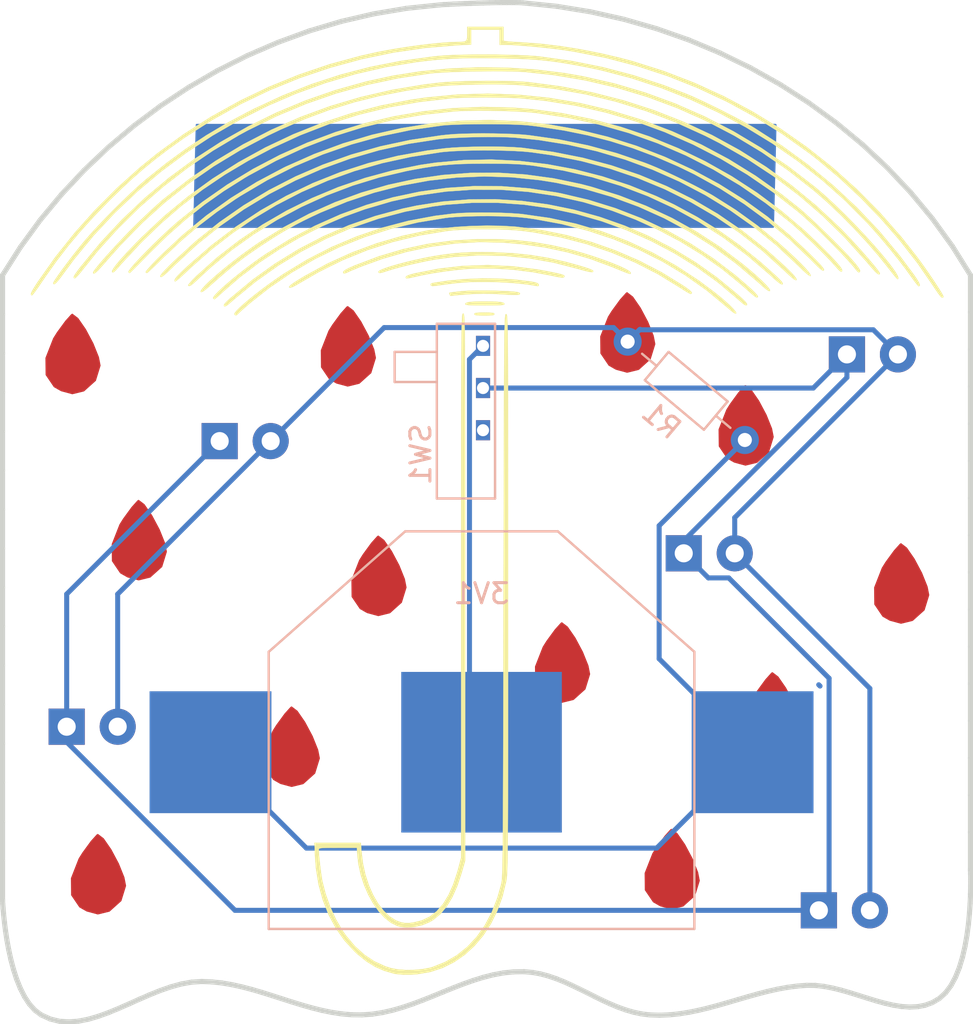
<source format=kicad_pcb>
(kicad_pcb (version 20171130) (host pcbnew "(5.1.10)-1")

  (general
    (thickness 1.6)
    (drawings 3)
    (tracks 40)
    (zones 0)
    (modules 22)
    (nets 5)
  )

  (page A4)
  (layers
    (0 F.Cu signal)
    (31 B.Cu signal)
    (32 B.Adhes user)
    (33 F.Adhes user)
    (34 B.Paste user)
    (35 F.Paste user)
    (36 B.SilkS user)
    (37 F.SilkS user)
    (38 B.Mask user)
    (39 F.Mask user)
    (40 Dwgs.User user)
    (41 Cmts.User user)
    (42 Eco1.User user)
    (43 Eco2.User user)
    (44 Edge.Cuts user)
    (45 Margin user)
    (46 B.CrtYd user)
    (47 F.CrtYd user)
    (48 B.Fab user)
    (49 F.Fab user)
  )

  (setup
    (last_trace_width 0.25)
    (trace_clearance 0.2)
    (zone_clearance 0.508)
    (zone_45_only no)
    (trace_min 0.2)
    (via_size 0.8)
    (via_drill 0.4)
    (via_min_size 0.4)
    (via_min_drill 0.3)
    (uvia_size 0.3)
    (uvia_drill 0.1)
    (uvias_allowed no)
    (uvia_min_size 0.2)
    (uvia_min_drill 0.1)
    (edge_width 0.05)
    (segment_width 0.2)
    (pcb_text_width 0.3)
    (pcb_text_size 1.5 1.5)
    (mod_edge_width 0.12)
    (mod_text_size 1 1)
    (mod_text_width 0.15)
    (pad_size 1.8 1.8)
    (pad_drill 0.9)
    (pad_to_mask_clearance 0.051)
    (solder_mask_min_width 0.25)
    (aux_axis_origin 0 0)
    (visible_elements 7FFFFFFF)
    (pcbplotparams
      (layerselection 0x010fc_ffffffff)
      (usegerberextensions false)
      (usegerberattributes false)
      (usegerberadvancedattributes false)
      (creategerberjobfile false)
      (excludeedgelayer true)
      (linewidth 0.100000)
      (plotframeref false)
      (viasonmask false)
      (mode 1)
      (useauxorigin false)
      (hpglpennumber 1)
      (hpglpenspeed 20)
      (hpglpendiameter 15.000000)
      (psnegative false)
      (psa4output false)
      (plotreference true)
      (plotvalue true)
      (plotinvisibletext false)
      (padsonsilk false)
      (subtractmaskfromsilk false)
      (outputformat 1)
      (mirror false)
      (drillshape 1)
      (scaleselection 1)
      (outputdirectory ""))
  )

  (net 0 "")
  (net 1 "Net-(D1-Pad2)")
  (net 2 "Net-(3V1-Pad1)")
  (net 3 "Net-(3V1-Pad2)")
  (net 4 "Net-(D1-Pad1)")

  (net_class Default "This is the default net class."
    (clearance 0.2)
    (trace_width 0.25)
    (via_dia 0.8)
    (via_drill 0.4)
    (uvia_dia 0.3)
    (uvia_drill 0.1)
    (add_net "Net-(3V1-Pad1)")
    (add_net "Net-(3V1-Pad2)")
    (add_net "Net-(D1-Pad1)")
    (add_net "Net-(D1-Pad2)")
  )

  (module raindrop:umbrellaEdge (layer F.Cu) (tedit 60CD4214) (tstamp 60CD5CDF)
    (at 162.687 92.456)
    (fp_text reference REF** (at 0 0.5) (layer F.SilkS) hide
      (effects (font (size 1 1) (thickness 0.15)))
    )
    (fp_text value umbrellaEdge (at 0 -0.5) (layer F.Fab)
      (effects (font (size 1 1) (thickness 0.15)))
    )
    (fp_line (start -21.844 24.13) (end -21.39502 24.334672) (layer Edge.Cuts) (width 0.254))
    (fp_line (start -14.876292 22.593594) (end -14.36042 22.500134) (layer Edge.Cuts) (width 0.254))
    (fp_line (start -12.8354 22.541244) (end -12.333883 22.626654) (layer Edge.Cuts) (width 0.254))
    (fp_line (start -22.429316 23.594768) (end -22.154105 23.899913) (layer Edge.Cuts) (width 0.254))
    (fp_line (start -23.353863 21.377357) (end -23.222308 21.871714) (layer Edge.Cuts) (width 0.254))
    (fp_line (start -22.154105 23.899913) (end -21.844 24.13) (layer Edge.Cuts) (width 0.254))
    (fp_line (start -15.39445 22.736156) (end -14.876292 22.593594) (layer Edge.Cuts) (width 0.254))
    (fp_line (start -14.36042 22.500134) (end -13.847918 22.466614) (layer Edge.Cuts) (width 0.254))
    (fp_line (start -22.671688 23.22697) (end -22.429316 23.594768) (layer Edge.Cuts) (width 0.254))
    (fp_line (start -13.847918 22.466614) (end -13.33991 22.486164) (layer Edge.Cuts) (width 0.254))
    (fp_line (start -21.39502 24.334672) (end -20.9342 24.447652) (layer Edge.Cuts) (width 0.254))
    (fp_line (start -19.49156 24.344722) (end -18.994243 24.199229) (layer Edge.Cuts) (width 0.254))
    (fp_line (start -11.834868 22.737195) (end -11.337854 22.867663) (layer Edge.Cuts) (width 0.254))
    (fp_line (start -11.337854 22.867663) (end -10.842345 23.012851) (layer Edge.Cuts) (width 0.254))
    (fp_line (start -20.9342 24.447652) (end -20.462625 24.479772) (layer Edge.Cuts) (width 0.254))
    (fp_line (start -10.347843 23.16756) (end -9.853851 23.326587) (layer Edge.Cuts) (width 0.254))
    (fp_line (start -23.674935 19.51769) (end -23.621331 19.940131) (layer Edge.Cuts) (width 0.254))
    (fp_line (start -9.853851 23.326587) (end -9.359871 23.484732) (layer Edge.Cuts) (width 0.254))
    (fp_line (start -8.865405 23.636789) (end -8.369957 23.777556) (layer Edge.Cuts) (width 0.254))
    (fp_line (start -8.369957 23.777556) (end -7.873028 23.901832) (layer Edge.Cuts) (width 0.254))
    (fp_line (start -23.714187 19.144237) (end -23.674935 19.51769) (layer Edge.Cuts) (width 0.254))
    (fp_line (start -23.74114 18.832181) (end -23.714187 19.144237) (layer Edge.Cuts) (width 0.254))
    (fp_line (start -23.462849 20.882369) (end -23.353863 21.377357) (layer Edge.Cuts) (width 0.254))
    (fp_line (start -13.33991 22.486164) (end -12.8354 22.541244) (layer Edge.Cuts) (width 0.254))
    (fp_line (start -17.981472 23.806453) (end -17.468191 23.580831) (layer Edge.Cuts) (width 0.254))
    (fp_line (start -7.374122 24.004417) (end -6.872741 24.080097) (layer Edge.Cuts) (width 0.254))
    (fp_line (start -6.872741 24.080097) (end -6.368387 24.123687) (layer Edge.Cuts) (width 0.254))
    (fp_line (start -5.860562 24.129887) (end -5.3421 24.091977) (layer Edge.Cuts) (width 0.254))
    (fp_line (start -4.321468 23.894398) (end -3.817673 23.747523) (layer Edge.Cuts) (width 0.254))
    (fp_line (start -18.490518 24.016198) (end -17.981472 23.806453) (layer Edge.Cuts) (width 0.254))
    (fp_line (start -23.621331 19.940131) (end -23.551321 20.399161) (layer Edge.Cuts) (width 0.254))
    (fp_line (start -23.222308 21.871714) (end -23.06613 22.353039) (layer Edge.Cuts) (width 0.254))
    (fp_line (start -23.757849 18.593926) (end -23.74114 18.832181) (layer Edge.Cuts) (width 0.254))
    (fp_line (start -23.551321 20.399161) (end -23.462849 20.882369) (layer Edge.Cuts) (width 0.254))
    (fp_line (start -15.913804 22.916993) (end -15.39445 22.736156) (layer Edge.Cuts) (width 0.254))
    (fp_line (start -9.359871 23.484732) (end -8.865405 23.636789) (layer Edge.Cuts) (width 0.254))
    (fp_line (start -6.368387 24.123687) (end -5.860562 24.129887) (layer Edge.Cuts) (width 0.254))
    (fp_line (start -4.829339 24.011347) (end -4.321468 23.894398) (layer Edge.Cuts) (width 0.254))
    (fp_line (start -22.883275 22.808926) (end -22.671688 23.22697) (layer Edge.Cuts) (width 0.254))
    (fp_line (start -23.06613 22.353039) (end -22.883275 22.808926) (layer Edge.Cuts) (width 0.254))
    (fp_line (start -5.3421 24.091977) (end -4.829339 24.011347) (layer Edge.Cuts) (width 0.254))
    (fp_line (start -20.462625 24.479772) (end -19.981383 24.441842) (layer Edge.Cuts) (width 0.254))
    (fp_line (start -3.817673 23.747523) (end -3.317139 23.57712) (layer Edge.Cuts) (width 0.254))
    (fp_line (start -23.768752 18.388435) (end -23.766369 18.441875) (layer Edge.Cuts) (width 0.254))
    (fp_line (start -19.981383 24.441842) (end -19.49156 24.344722) (layer Edge.Cuts) (width 0.254))
    (fp_line (start -23.766369 18.441875) (end -23.757849 18.593926) (layer Edge.Cuts) (width 0.254))
    (fp_line (start -16.951761 23.350158) (end -16.43327 23.125269) (layer Edge.Cuts) (width 0.254))
    (fp_line (start -16.43327 23.125269) (end -15.913804 22.916993) (layer Edge.Cuts) (width 0.254))
    (fp_line (start -12.333883 22.626654) (end -11.834868 22.737195) (layer Edge.Cuts) (width 0.254))
    (fp_line (start -18.994243 24.199229) (end -18.490518 24.016198) (layer Edge.Cuts) (width 0.254))
    (fp_line (start -17.468191 23.580831) (end -16.951761 23.350158) (layer Edge.Cuts) (width 0.254))
    (fp_line (start -7.873028 23.901832) (end -7.374122 24.004417) (layer Edge.Cuts) (width 0.254))
    (fp_line (start -10.842345 23.012851) (end -10.347843 23.16756) (layer Edge.Cuts) (width 0.254))
    (fp_line (start 10.432203 23.997195) (end 10.920038 23.896768) (layer Edge.Cuts) (width 0.254))
    (fp_line (start 9.452005 24.126655) (end 9.942976 24.075375) (layer Edge.Cuts) (width 0.254))
    (fp_line (start 18.00351 22.899943) (end 18.439339 23.025469) (layer Edge.Cuts) (width 0.254))
    (fp_line (start 3.804361 22.32511) (end 4.191028 22.479833) (layer Edge.Cuts) (width 0.254))
    (fp_line (start 11.406846 23.778761) (end 11.892989 23.647834) (layer Edge.Cuts) (width 0.254))
    (fp_line (start 18.875523 23.161029) (end 19.310363 23.298661) (layer Edge.Cuts) (width 0.254))
    (fp_line (start 13.838087 23.088165) (end 14.326298 22.96256) (layer Edge.Cuts) (width 0.254))
    (fp_line (start 14.326298 22.96256) (end 14.816005 22.852002) (layer Edge.Cuts) (width 0.254))
    (fp_line (start 6.098034 23.399358) (end 6.481319 23.575646) (layer Edge.Cuts) (width 0.254))
    (fp_line (start 19.310363 23.298661) (end 19.742165 23.430412) (layer Edge.Cuts) (width 0.254))
    (fp_line (start 21.796184 23.722434) (end 22.174112 23.651784) (layer Edge.Cuts) (width 0.254))
    (fp_line (start 15.801343 22.694672) (end 16.297698 22.657222) (layer Edge.Cuts) (width 0.254))
    (fp_line (start 5.716735 23.213523) (end 6.098034 23.399358) (layer Edge.Cuts) (width 0.254))
    (fp_line (start 8.46337 24.129855) (end 8.958924 24.146355) (layer Edge.Cuts) (width 0.254))
    (fp_line (start 10.920038 23.896768) (end 11.406846 23.778761) (layer Edge.Cuts) (width 0.254))
    (fp_line (start 14.816005 22.852002) (end 15.307567 22.761152) (layer Edge.Cuts) (width 0.254))
    (fp_line (start 2.615453 22.013916) (end 3.017596 22.086896) (layer Edge.Cuts) (width 0.254))
    (fp_line (start 22.174112 23.651784) (end 22.537117 23.519557) (layer Edge.Cuts) (width 0.254))
    (fp_line (start 22.537117 23.519557) (end 22.883508 23.317788) (layer Edge.Cuts) (width 0.254))
    (fp_line (start 2.206106 21.978696) (end 2.615453 22.013916) (layer Edge.Cuts) (width 0.254))
    (fp_line (start 11.892989 23.647834) (end 12.378822 23.508651) (layer Edge.Cuts) (width 0.254))
    (fp_line (start 13.351013 23.224153) (end 13.838087 23.088165) (layer Edge.Cuts) (width 0.254))
    (fp_line (start 19.742165 23.430412) (end 20.16923 23.548324) (layer Edge.Cuts) (width 0.254))
    (fp_line (start 22.883508 23.317788) (end 23.197693 23.035293) (layer Edge.Cuts) (width 0.254))
    (fp_line (start 23.197693 23.035293) (end 23.467377 22.675063) (layer Edge.Cuts) (width 0.254))
    (fp_line (start -0.336887 22.418695) (end 0.163593 22.26265) (layer Edge.Cuts) (width 0.254))
    (fp_line (start 21.002365 23.710794) (end 21.405036 23.739444) (layer Edge.Cuts) (width 0.254))
    (fp_line (start 21.405036 23.739444) (end 21.796184 23.722434) (layer Edge.Cuts) (width 0.254))
    (fp_line (start 18.439339 23.025469) (end 18.875523 23.161029) (layer Edge.Cuts) (width 0.254))
    (fp_line (start -3.317139 23.57712) (end -2.819055 23.38958) (layer Edge.Cuts) (width 0.254))
    (fp_line (start 20.16923 23.548324) (end 20.589862 23.644434) (layer Edge.Cuts) (width 0.254))
    (fp_line (start 23.467377 22.675063) (end 23.695904 22.250336) (layer Edge.Cuts) (width 0.254))
    (fp_line (start 23.695904 22.250336) (end 23.88662 21.774362) (layer Edge.Cuts) (width 0.254))
    (fp_line (start -2.819055 23.38958) (end -2.322605 23.191301) (layer Edge.Cuts) (width 0.254))
    (fp_line (start 1.68776 21.985896) (end 2.206106 21.978696) (layer Edge.Cuts) (width 0.254))
    (fp_line (start 23.88662 21.774362) (end 24.042864 21.26037) (layer Edge.Cuts) (width 0.254))
    (fp_line (start 1.175102 22.039856) (end 1.68776 21.985896) (layer Edge.Cuts) (width 0.254))
    (fp_line (start 3.413558 22.192377) (end 3.804361 22.32511) (layer Edge.Cuts) (width 0.254))
    (fp_line (start 0.163593 22.26265) (end 0.667317 22.134236) (layer Edge.Cuts) (width 0.254))
    (fp_line (start 7.257955 23.878543) (end 7.653342 23.994645) (layer Edge.Cuts) (width 0.254))
    (fp_line (start 20.589862 23.644434) (end 21.002365 23.710794) (layer Edge.Cuts) (width 0.254))
    (fp_line (start 4.191028 22.479833) (end 4.574576 22.651293) (layer Edge.Cuts) (width 0.254))
    (fp_line (start 8.958924 24.146355) (end 9.452005 24.126655) (layer Edge.Cuts) (width 0.254))
    (fp_line (start 9.942976 24.075375) (end 10.432203 23.997195) (layer Edge.Cuts) (width 0.254))
    (fp_line (start 4.574576 22.651293) (end 4.956029 22.834232) (layer Edge.Cuts) (width 0.254))
    (fp_line (start 12.864711 23.365873) (end 13.351013 23.224153) (layer Edge.Cuts) (width 0.254))
    (fp_line (start 6.867619 23.737125) (end 7.257955 23.878543) (layer Edge.Cuts) (width 0.254))
    (fp_line (start 0.667317 22.134236) (end 1.175102 22.039856) (layer Edge.Cuts) (width 0.254))
    (fp_line (start 16.297698 22.657222) (end 16.715133 22.663122) (layer Edge.Cuts) (width 0.254))
    (fp_line (start -2.322605 23.191301) (end -1.826978 22.988679) (layer Edge.Cuts) (width 0.254))
    (fp_line (start -0.834932 22.595981) (end -0.336887 22.418695) (layer Edge.Cuts) (width 0.254))
    (fp_line (start -1.826978 22.988679) (end -1.331358 22.788105) (layer Edge.Cuts) (width 0.254))
    (fp_line (start -1.331358 22.788105) (end -0.834932 22.595981) (layer Edge.Cuts) (width 0.254))
    (fp_line (start 3.017596 22.086896) (end 3.413558 22.192377) (layer Edge.Cuts) (width 0.254))
    (fp_line (start 5.336409 23.023394) (end 5.716735 23.213523) (layer Edge.Cuts) (width 0.254))
    (fp_line (start 7.653342 23.994645) (end 8.054808 24.080165) (layer Edge.Cuts) (width 0.254))
    (fp_line (start 8.054808 24.080165) (end 8.46337 24.129855) (layer Edge.Cuts) (width 0.254))
    (fp_line (start 16.715133 22.663122) (end 17.13971 22.710812) (layer Edge.Cuts) (width 0.254))
    (fp_line (start 17.13971 22.710812) (end 17.569737 22.792402) (layer Edge.Cuts) (width 0.254))
    (fp_line (start 17.569737 22.792402) (end 18.00351 22.899943) (layer Edge.Cuts) (width 0.254))
    (fp_line (start 6.481319 23.575646) (end 6.867619 23.737125) (layer Edge.Cuts) (width 0.254))
    (fp_line (start 12.378822 23.508651) (end 12.864711 23.365873) (layer Edge.Cuts) (width 0.254))
    (fp_line (start 4.956029 22.834232) (end 5.336409 23.023394) (layer Edge.Cuts) (width 0.254))
    (fp_line (start 15.307567 22.761152) (end 15.801343 22.694672) (layer Edge.Cuts) (width 0.254))
    (fp_line (start 24.442893 -5.309365) (end 24.442893 -7.158765) (layer Edge.Cuts) (width 0.254))
    (fp_line (start 11.971378 -23.771155) (end 10.406478 -24.423945) (layer Edge.Cuts) (width 0.254))
    (fp_line (start 1.588888 -26.284617) (end 1.340598 -26.284626) (layer Edge.Cuts) (width 0.254))
    (fp_line (start 1.340598 -26.284626) (end 1.070694 -26.28235) (layer Edge.Cuts) (width 0.254))
    (fp_line (start 1.070694 -26.28235) (end 0.783871 -26.278008) (layer Edge.Cuts) (width 0.254))
    (fp_line (start 0.178243 -26.263994) (end -0.131172 -26.254758) (layer Edge.Cuts) (width 0.254))
    (fp_line (start 13.495078 -23.029055) (end 11.971378 -23.771155) (layer Edge.Cuts) (width 0.254))
    (fp_line (start 14.971978 -22.199936) (end 13.495078 -23.029055) (layer Edge.Cuts) (width 0.254))
    (fp_line (start 21.462478 -16.828615) (end 20.302078 -18.058716) (layer Edge.Cuts) (width 0.254))
    (fp_line (start 0.484823 -26.271816) (end 0.178243 -26.263994) (layer Edge.Cuts) (width 0.254))
    (fp_line (start -0.131172 -26.254758) (end -0.438731 -26.244328) (layer Edge.Cuts) (width 0.254))
    (fp_line (start 24.167983 20.721612) (end 24.265313 20.171321) (layer Edge.Cuts) (width 0.254))
    (fp_line (start 16.396678 -21.286065) (end 14.971978 -22.199936) (layer Edge.Cuts) (width 0.254))
    (fp_line (start -0.438731 -26.244328) (end -0.739736 -26.232921) (layer Edge.Cuts) (width 0.254))
    (fp_line (start -1.029496 -26.220754) (end -1.303315 -26.208046) (layer Edge.Cuts) (width 0.254))
    (fp_line (start 10.406478 -24.423945) (end 8.805978 -24.985165) (layer Edge.Cuts) (width 0.254))
    (fp_line (start 3.845278 -26.096569) (end 2.157128 -26.268703) (layer Edge.Cuts) (width 0.254))
    (fp_line (start -1.303315 -26.208046) (end -1.556497 -26.195015) (layer Edge.Cuts) (width 0.254))
    (fp_line (start 24.444993 16.942783) (end 24.442893 16.884543) (layer Edge.Cuts) (width 0.254))
    (fp_line (start 24.442893 0.239135) (end 24.442893 -1.610365) (layer Edge.Cuts) (width 0.254))
    (fp_line (start 8.805978 -24.985165) (end 7.175178 -25.452521) (layer Edge.Cuts) (width 0.254))
    (fp_line (start -1.556497 -26.195015) (end -1.78435 -26.181879) (layer Edge.Cuts) (width 0.254))
    (fp_line (start -1.78435 -26.181879) (end -1.98218 -26.168855) (layer Edge.Cuts) (width 0.254))
    (fp_line (start 24.390003 19.089111) (end 24.424053 18.583671) (layer Edge.Cuts) (width 0.254))
    (fp_line (start 24.442893 11.336135) (end 24.442893 9.486635) (layer Edge.Cuts) (width 0.254))
    (fp_line (start 24.442893 -10.857765) (end 24.442893 -12.707265) (layer Edge.Cuts) (width 0.254))
    (fp_line (start -1.98218 -26.168855) (end -3.63953 -25.997344) (layer Edge.Cuts) (width 0.254))
    (fp_line (start 24.442893 -9.008265) (end 24.442893 -10.857765) (layer Edge.Cuts) (width 0.254))
    (fp_line (start 24.442893 15.035135) (end 24.442893 13.185635) (layer Edge.Cuts) (width 0.254))
    (fp_line (start 24.442893 -3.459865) (end 24.442893 -5.309365) (layer Edge.Cuts) (width 0.254))
    (fp_line (start 24.443683 18.119666) (end 24.452283 17.710335) (layer Edge.Cuts) (width 0.254))
    (fp_line (start 24.442893 7.637135) (end 24.442893 5.787634) (layer Edge.Cuts) (width 0.254))
    (fp_line (start 24.442893 -7.158765) (end 24.442893 -9.008265) (layer Edge.Cuts) (width 0.254))
    (fp_line (start 22.543178 -15.525165) (end 21.462478 -16.828615) (layer Edge.Cuts) (width 0.254))
    (fp_line (start 1.810868 -26.282106) (end 1.588888 -26.284617) (layer Edge.Cuts) (width 0.254))
    (fp_line (start -0.739736 -26.232921) (end -1.029496 -26.220754) (layer Edge.Cuts) (width 0.254))
    (fp_line (start 24.338213 19.622739) (end 24.390003 19.089111) (layer Edge.Cuts) (width 0.254))
    (fp_line (start 24.442893 -12.707265) (end 23.538378 -14.150565) (layer Edge.Cuts) (width 0.254))
    (fp_line (start 20.302078 -18.058716) (end 19.067178 -19.213175) (layer Edge.Cuts) (width 0.254))
    (fp_line (start 2.001846 -26.276874) (end 1.810868 -26.282106) (layer Edge.Cuts) (width 0.254))
    (fp_line (start 23.538378 -14.150565) (end 22.543178 -15.525165) (layer Edge.Cuts) (width 0.254))
    (fp_line (start 0.783871 -26.278008) (end 0.484823 -26.271816) (layer Edge.Cuts) (width 0.254))
    (fp_line (start -3.63953 -25.997344) (end -5.28052 -25.721641) (layer Edge.Cuts) (width 0.254))
    (fp_line (start -5.28052 -25.721641) (end -6.900222 -25.344933) (layer Edge.Cuts) (width 0.254))
    (fp_line (start -6.900222 -25.344933) (end -8.493622 -24.870415) (layer Edge.Cuts) (width 0.254))
    (fp_line (start -8.493622 -24.870415) (end -10.055922 -24.301265) (layer Edge.Cuts) (width 0.254))
    (fp_line (start 24.042864 21.26037) (end 24.167983 20.721612) (layer Edge.Cuts) (width 0.254))
    (fp_line (start 17.763578 -20.289715) (end 16.396678 -21.286065) (layer Edge.Cuts) (width 0.254))
    (fp_line (start 24.452283 17.710335) (end 24.453093 17.368915) (layer Edge.Cuts) (width 0.254))
    (fp_line (start 24.442893 5.787634) (end 24.442893 3.938135) (layer Edge.Cuts) (width 0.254))
    (fp_line (start 24.449593 17.108651) (end 24.444993 16.942783) (layer Edge.Cuts) (width 0.254))
    (fp_line (start 24.442893 16.884543) (end 24.442893 15.035135) (layer Edge.Cuts) (width 0.254))
    (fp_line (start 24.442893 2.088635) (end 24.442893 0.239135) (layer Edge.Cuts) (width 0.254))
    (fp_line (start 24.424053 18.583671) (end 24.443683 18.119666) (layer Edge.Cuts) (width 0.254))
    (fp_line (start 24.442893 9.486635) (end 24.442893 7.637135) (layer Edge.Cuts) (width 0.254))
    (fp_line (start 24.442893 -1.610365) (end 24.442893 -3.459865) (layer Edge.Cuts) (width 0.254))
    (fp_line (start 19.067178 -19.213175) (end 17.763578 -20.289715) (layer Edge.Cuts) (width 0.254))
    (fp_line (start 7.175178 -25.452521) (end 5.519778 -25.823749) (layer Edge.Cuts) (width 0.254))
    (fp_line (start 5.519778 -25.823749) (end 3.845278 -26.096569) (layer Edge.Cuts) (width 0.254))
    (fp_line (start 2.157128 -26.268703) (end 2.001846 -26.276874) (layer Edge.Cuts) (width 0.254))
    (fp_line (start 24.453093 17.368915) (end 24.449593 17.108651) (layer Edge.Cuts) (width 0.254))
    (fp_line (start 24.442893 13.185635) (end 24.442893 11.336135) (layer Edge.Cuts) (width 0.254))
    (fp_line (start 24.265313 20.171321) (end 24.338213 19.622739) (layer Edge.Cuts) (width 0.254))
    (fp_line (start 24.442893 3.938135) (end 24.442893 2.088635) (layer Edge.Cuts) (width 0.254))
    (fp_line (start -10.055922 -24.301265) (end -11.582022 -23.640675) (layer Edge.Cuts) (width 0.254))
    (fp_line (start -23.768679 14.501455) (end -23.768679 16.444935) (layer Edge.Cuts) (width 0.254))
    (fp_line (start -14.506082 -22.057935) (end -15.894142 -21.142165) (layer Edge.Cuts) (width 0.254))
    (fp_line (start -21.897142 -15.446865) (end -22.875685 -14.106765) (layer Edge.Cuts) (width 0.254))
    (fp_line (start -23.768679 8.671015) (end -23.768679 10.614495) (layer Edge.Cuts) (width 0.254))
    (fp_line (start -23.768679 6.727535) (end -23.768679 8.671015) (layer Edge.Cuts) (width 0.254))
    (fp_line (start -13.067022 -22.891835) (end -14.506082 -22.057935) (layer Edge.Cuts) (width 0.254))
    (fp_line (start -20.837992 -16.724145) (end -21.897142 -15.446865) (layer Edge.Cuts) (width 0.254))
    (fp_line (start -23.768679 -2.989865) (end -23.768679 -1.046385) (layer Edge.Cuts) (width 0.254))
    (fp_line (start -22.875685 -14.106765) (end -23.768679 -12.707265) (layer Edge.Cuts) (width 0.254))
    (fp_line (start -17.226312 -20.147715) (end -18.497632 -19.077765) (layer Edge.Cuts) (width 0.254))
    (fp_line (start -23.768679 -12.707265) (end -23.768679 -10.763785) (layer Edge.Cuts) (width 0.254))
    (fp_line (start -23.768679 4.784055) (end -23.768679 6.727535) (layer Edge.Cuts) (width 0.254))
    (fp_line (start -23.768679 2.840575) (end -23.768679 4.784055) (layer Edge.Cuts) (width 0.254))
    (fp_line (start -15.894142 -21.142165) (end -17.226312 -20.147715) (layer Edge.Cuts) (width 0.254))
    (fp_line (start -23.768679 -1.046385) (end -23.768679 0.897095) (layer Edge.Cuts) (width 0.254))
    (fp_line (start -23.768679 12.557975) (end -23.768679 14.501455) (layer Edge.Cuts) (width 0.254))
    (fp_line (start -23.768679 16.444935) (end -23.768752 18.388435) (layer Edge.Cuts) (width 0.254))
    (fp_line (start -19.703173 -17.935515) (end -20.837992 -16.724145) (layer Edge.Cuts) (width 0.254))
    (fp_line (start -23.768679 0.897095) (end -23.768679 2.840575) (layer Edge.Cuts) (width 0.254))
    (fp_line (start -18.497632 -19.077765) (end -19.703173 -17.935515) (layer Edge.Cuts) (width 0.254))
    (fp_line (start -23.768679 -10.763785) (end -23.768679 -8.820305) (layer Edge.Cuts) (width 0.254))
    (fp_line (start -23.768679 -4.933345) (end -23.768679 -2.989865) (layer Edge.Cuts) (width 0.254))
    (fp_line (start -23.768679 -8.820305) (end -23.768679 -6.876825) (layer Edge.Cuts) (width 0.254))
    (fp_line (start -23.768679 -6.876825) (end -23.768679 -4.933345) (layer Edge.Cuts) (width 0.254))
    (fp_line (start -23.768679 10.614495) (end -23.768679 12.557975) (layer Edge.Cuts) (width 0.254))
    (fp_line (start -11.582022 -23.640675) (end -13.067022 -22.891835) (layer Edge.Cuts) (width 0.254))
  )

  (module raindrop:LED_D3.0mm_Clear (layer F.Cu) (tedit 5F62BA05) (tstamp 5F62C1C2)
    (at 180.975 83.693)
    (descr "IR-LED, diameter 3.0mm, 2 pins, color: clear")
    (tags "IR infrared LED diameter 3.0mm 2 pins clear")
    (path /5F62C554)
    (fp_text reference D5 (at 1.27 -2.96) (layer F.Fab)
      (effects (font (size 1 1) (thickness 0.15)))
    )
    (fp_text value LED (at 1.27 2.96) (layer F.Fab)
      (effects (font (size 1 1) (thickness 0.15)))
    )
    (fp_arc (start 1.27 0) (end -0.23 -1.16619) (angle 284.3) (layer F.Fab) (width 0.1))
    (fp_text user %R (at 1.47 0) (layer F.Fab)
      (effects (font (size 0.8 0.8) (thickness 0.12)))
    )
    (fp_line (start -0.23 -1.16619) (end -0.23 1.16619) (layer F.Fab) (width 0.1))
    (fp_line (start -1.15 -2.25) (end -1.15 2.25) (layer F.CrtYd) (width 0.05))
    (fp_line (start -1.15 2.25) (end 3.7 2.25) (layer F.CrtYd) (width 0.05))
    (fp_line (start 3.7 2.25) (end 3.7 -2.25) (layer F.CrtYd) (width 0.05))
    (fp_line (start 3.7 -2.25) (end -1.15 -2.25) (layer F.CrtYd) (width 0.05))
    (fp_circle (center 1.27 0) (end 2.77 0) (layer F.Fab) (width 0.1))
    (pad 2 thru_hole circle (at 2.54 0) (size 1.8 1.8) (drill 0.9) (layers *.Cu *.Mask)
      (net 1 "Net-(D1-Pad2)"))
    (pad 1 thru_hole rect (at 0 0) (size 1.8 1.8) (drill 0.9) (layers *.Cu *.Mask)
      (net 4 "Net-(D1-Pad1)"))
    (model ${KISYS3DMOD}/LED_THT.3dshapes/LED_D3.0mm_Clear.wrl
      (at (xyz 0 0 0))
      (scale (xyz 1 1 1))
      (rotate (xyz 0 0 0))
    )
  )

  (module raindrop:LED_D3.0mm_Clear (layer F.Cu) (tedit 5F62B957) (tstamp 5F62C1AE)
    (at 179.578 111.379)
    (descr "IR-LED, diameter 3.0mm, 2 pins, color: clear")
    (tags "IR infrared LED diameter 3.0mm 2 pins clear")
    (path /5F62B831)
    (fp_text reference D4 (at 1.27 -2.96) (layer F.Fab)
      (effects (font (size 1 1) (thickness 0.15)))
    )
    (fp_text value LED (at 1.27 2.96) (layer F.Fab)
      (effects (font (size 1 1) (thickness 0.15)))
    )
    (fp_circle (center 1.27 0) (end 2.77 0) (layer F.Fab) (width 0.1))
    (fp_line (start 3.7 -2.25) (end -1.15 -2.25) (layer F.CrtYd) (width 0.05))
    (fp_line (start 3.7 2.25) (end 3.7 -2.25) (layer F.CrtYd) (width 0.05))
    (fp_line (start -1.15 2.25) (end 3.7 2.25) (layer F.CrtYd) (width 0.05))
    (fp_line (start -1.15 -2.25) (end -1.15 2.25) (layer F.CrtYd) (width 0.05))
    (fp_line (start -0.23 -1.16619) (end -0.23 1.16619) (layer F.Fab) (width 0.1))
    (fp_arc (start 1.27 0) (end -0.23 -1.16619) (angle 284.3) (layer F.Fab) (width 0.1))
    (fp_text user %R (at 1.47 0) (layer F.Fab)
      (effects (font (size 0.8 0.8) (thickness 0.12)))
    )
    (pad 2 thru_hole circle (at 2.54 0) (size 1.8 1.8) (drill 0.9) (layers *.Cu *.Mask)
      (net 1 "Net-(D1-Pad2)"))
    (pad 1 thru_hole rect (at 0 0) (size 1.8 1.8) (drill 0.9) (layers *.Cu *.Mask)
      (net 4 "Net-(D1-Pad1)"))
    (model ${KISYS3DMOD}/LED_THT.3dshapes/LED_D3.0mm_Clear.wrl
      (at (xyz 0 0 0))
      (scale (xyz 1 1 1))
      (rotate (xyz 0 0 0))
    )
  )

  (module raindrop:switch (layer B.Cu) (tedit 60C91A3D) (tstamp 5F621E42)
    (at 163.449 82.169 270)
    (path /5E95E4CA)
    (fp_text reference SW1 (at 6.5 3.7 90) (layer B.SilkS)
      (effects (font (size 1 1) (thickness 0.15)) (justify mirror))
    )
    (fp_text value SW_SPST (at 6 1.9 90) (layer B.Fab)
      (effects (font (size 1 1) (thickness 0.15)) (justify mirror))
    )
    (fp_line (start 0 0) (end 8.7 0) (layer B.SilkS) (width 0.12))
    (fp_line (start 8.7 0) (end 8.7 2.9) (layer B.SilkS) (width 0.12))
    (fp_line (start 8.7 2.9) (end 0 2.9) (layer B.SilkS) (width 0.12))
    (fp_line (start 0 2.9) (end 0 0) (layer B.SilkS) (width 0.12))
    (fp_line (start 2.9 2.9) (end 2.9 5) (layer B.SilkS) (width 0.12))
    (fp_line (start 2.9 5) (end 1.4 5) (layer B.SilkS) (width 0.12))
    (fp_line (start 1.4 5) (end 1.4 2.9) (layer B.SilkS) (width 0.12))
    (pad 2 thru_hole rect (at 3.2 0.6 270) (size 1 0.7) (drill 0.6) (layers *.Cu *.Mask)
      (net 4 "Net-(D1-Pad1)"))
    (pad 3 thru_hole rect (at 5.3 0.6 270) (size 1 0.7) (drill 0.6) (layers *.Cu *.Mask))
    (pad 1 thru_hole rect (at 1.1 0.6 270) (size 1 0.7) (drill 0.6) (layers *.Cu *.Mask)
      (net 3 "Net-(3V1-Pad2)"))
  )

  (module raindrop:raindrop (layer F.Cu) (tedit 60C9216C) (tstamp 60C9A01F)
    (at 145.796 93.345)
    (attr smd)
    (fp_text reference Drop5 (at 0 0) (layer F.SilkS) hide
      (effects (font (size 1.524 1.524) (thickness 0.3)))
    )
    (fp_text value "" (at 0.75 0) (layer F.SilkS) hide
      (effects (font (size 1.524 1.524) (thickness 0.3)))
    )
    (pad 1 smd custom (at -0.2 -0.2) (size 1 0.7) (layers F.Cu F.Paste F.Mask)
      (zone_connect 0)
      (options (clearance outline) (anchor rect))
      (primitives
        (gr_poly (pts
           (xy 0.391256 -1.984851) (xy 0.771592 -1.434969) (xy 1.146222 -0.731499) (xy 1.420361 -0.048712) (xy 1.503684 0.373942)
           (xy 1.270151 1.130199) (xy 0.682344 1.65776) (xy 0.1 1.8) (xy -0.461056 1.648497) (xy -0.818109 1.444939)
           (xy -1.226884 0.842015) (xy -1.236235 -0.002601) (xy -0.852047 -0.981795) (xy -0.668684 -1.274432) (xy -0.248463 -1.849443)
           (xy 0.046802 -2.177539) (xy 0.1 -2.206872) (xy 0.391256 -1.984851)) (width 0.01))
      ))
  )

  (module raindrop:raindrop locked (layer F.Cu) (tedit 60C9216C) (tstamp 60C91209)
    (at 156.21 83.693)
    (attr smd)
    (fp_text reference Drop1 (at 0 0) (layer F.SilkS) hide
      (effects (font (size 1.524 1.524) (thickness 0.3)))
    )
    (fp_text value "" (at 0.75 0) (layer F.SilkS) hide
      (effects (font (size 1.524 1.524) (thickness 0.3)))
    )
    (pad 1 smd custom (at -0.2 -0.2) (size 1 0.7) (layers F.Cu F.Paste F.Mask)
      (zone_connect 0)
      (options (clearance outline) (anchor rect))
      (primitives
        (gr_poly (pts
           (xy 0.391256 -1.984851) (xy 0.771592 -1.434969) (xy 1.146222 -0.731499) (xy 1.420361 -0.048712) (xy 1.503684 0.373942)
           (xy 1.270151 1.130199) (xy 0.682344 1.65776) (xy 0.1 1.8) (xy -0.461056 1.648497) (xy -0.818109 1.444939)
           (xy -1.226884 0.842015) (xy -1.236235 -0.002601) (xy -0.852047 -0.981795) (xy -0.668684 -1.274432) (xy -0.248463 -1.849443)
           (xy 0.046802 -2.177539) (xy 0.1 -2.206872) (xy 0.391256 -1.984851)) (width 0.01))
      ))
  )

  (module raindrop:raindrop (layer F.Cu) (tedit 60C9216C) (tstamp 5F62C371)
    (at 166.878 99.441)
    (attr smd)
    (fp_text reference Drop8 (at 0 0) (layer F.SilkS) hide
      (effects (font (size 1.524 1.524) (thickness 0.3)))
    )
    (fp_text value "" (at 0.75 0) (layer F.SilkS) hide
      (effects (font (size 1.524 1.524) (thickness 0.3)))
    )
    (pad 1 smd custom (at -0.2 -0.2) (size 1 0.7) (layers F.Cu F.Paste F.Mask)
      (zone_connect 0)
      (options (clearance outline) (anchor rect))
      (primitives
        (gr_poly (pts
           (xy 0.391256 -1.984851) (xy 0.771592 -1.434969) (xy 1.146222 -0.731499) (xy 1.420361 -0.048712) (xy 1.503684 0.373942)
           (xy 1.270151 1.130199) (xy 0.682344 1.65776) (xy 0.1 1.8) (xy -0.461056 1.648497) (xy -0.818109 1.444939)
           (xy -1.226884 0.842015) (xy -1.236235 -0.002601) (xy -0.852047 -0.981795) (xy -0.668684 -1.274432) (xy -0.248463 -1.849443)
           (xy 0.046802 -2.177539) (xy 0.1 -2.206872) (xy 0.391256 -1.984851)) (width 0.01))
      ))
  )

  (module raindrop:raindrop (layer F.Cu) (tedit 60C9216C) (tstamp 5F624873)
    (at 176.022 87.63)
    (attr smd)
    (fp_text reference Drop4 (at 0 0) (layer F.SilkS) hide
      (effects (font (size 1.524 1.524) (thickness 0.3)))
    )
    (fp_text value "" (at 0.75 0) (layer F.SilkS) hide
      (effects (font (size 1.524 1.524) (thickness 0.3)))
    )
    (pad 1 smd custom (at -0.2 -0.2) (size 1 0.7) (layers F.Cu F.Paste F.Mask)
      (zone_connect 0)
      (options (clearance outline) (anchor rect))
      (primitives
        (gr_poly (pts
           (xy 0.391256 -1.984851) (xy 0.771592 -1.434969) (xy 1.146222 -0.731499) (xy 1.420361 -0.048712) (xy 1.503684 0.373942)
           (xy 1.270151 1.130199) (xy 0.682344 1.65776) (xy 0.1 1.8) (xy -0.461056 1.648497) (xy -0.818109 1.444939)
           (xy -1.226884 0.842015) (xy -1.236235 -0.002601) (xy -0.852047 -0.981795) (xy -0.668684 -1.274432) (xy -0.248463 -1.849443)
           (xy 0.046802 -2.177539) (xy 0.1 -2.206872) (xy 0.391256 -1.984851)) (width 0.01))
      ))
  )

  (module raindrop:raindrop (layer F.Cu) (tedit 60C9216C) (tstamp 5F624346)
    (at 172.339 109.728)
    (attr smd)
    (fp_text reference Drop11 (at 0 0) (layer F.SilkS) hide
      (effects (font (size 1.524 1.524) (thickness 0.3)))
    )
    (fp_text value "" (at 0.75 0) (layer F.SilkS) hide
      (effects (font (size 1.524 1.524) (thickness 0.3)))
    )
    (pad 1 smd custom (at -0.2 -0.2) (size 1 0.7) (layers F.Cu F.Paste F.Mask)
      (zone_connect 0)
      (options (clearance outline) (anchor rect))
      (primitives
        (gr_poly (pts
           (xy 0.391256 -1.984851) (xy 0.771592 -1.434969) (xy 1.146222 -0.731499) (xy 1.420361 -0.048712) (xy 1.503684 0.373942)
           (xy 1.270151 1.130199) (xy 0.682344 1.65776) (xy 0.1 1.8) (xy -0.461056 1.648497) (xy -0.818109 1.444939)
           (xy -1.226884 0.842015) (xy -1.236235 -0.002601) (xy -0.852047 -0.981795) (xy -0.668684 -1.274432) (xy -0.248463 -1.849443)
           (xy 0.046802 -2.177539) (xy 0.1 -2.206872) (xy 0.391256 -1.984851)) (width 0.01))
      ))
  )

  (module raindrop:raindrop (layer F.Cu) (tedit 60C9216C) (tstamp 5F624346)
    (at 142.494 84.074)
    (attr smd)
    (fp_text reference Drop2 (at 0 0) (layer F.SilkS) hide
      (effects (font (size 1.524 1.524) (thickness 0.3)))
    )
    (fp_text value "" (at 0.75 0) (layer F.SilkS) hide
      (effects (font (size 1.524 1.524) (thickness 0.3)))
    )
    (pad 1 smd custom (at -0.2 -0.2) (size 1 0.7) (layers F.Cu F.Paste F.Mask)
      (zone_connect 0)
      (options (clearance outline) (anchor rect))
      (primitives
        (gr_poly (pts
           (xy 0.391256 -1.984851) (xy 0.771592 -1.434969) (xy 1.146222 -0.731499) (xy 1.420361 -0.048712) (xy 1.503684 0.373942)
           (xy 1.270151 1.130199) (xy 0.682344 1.65776) (xy 0.1 1.8) (xy -0.461056 1.648497) (xy -0.818109 1.444939)
           (xy -1.226884 0.842015) (xy -1.236235 -0.002601) (xy -0.852047 -0.981795) (xy -0.668684 -1.274432) (xy -0.248463 -1.849443)
           (xy 0.046802 -2.177539) (xy 0.1 -2.206872) (xy 0.391256 -1.984851)) (width 0.01))
      ))
  )

  (module raindrop:raindrop (layer F.Cu) (tedit 60C9216C) (tstamp 5F624346)
    (at 153.416 103.632)
    (attr smd)
    (fp_text reference Drop9 (at 0 0) (layer F.SilkS) hide
      (effects (font (size 1.524 1.524) (thickness 0.3)))
    )
    (fp_text value "" (at 0.75 0) (layer F.SilkS) hide
      (effects (font (size 1.524 1.524) (thickness 0.3)))
    )
    (pad 1 smd custom (at -0.2 -0.2) (size 1 0.7) (layers F.Cu F.Paste F.Mask)
      (zone_connect 0)
      (options (clearance outline) (anchor rect))
      (primitives
        (gr_poly (pts
           (xy 0.391256 -1.984851) (xy 0.771592 -1.434969) (xy 1.146222 -0.731499) (xy 1.420361 -0.048712) (xy 1.503684 0.373942)
           (xy 1.270151 1.130199) (xy 0.682344 1.65776) (xy 0.1 1.8) (xy -0.461056 1.648497) (xy -0.818109 1.444939)
           (xy -1.226884 0.842015) (xy -1.236235 -0.002601) (xy -0.852047 -0.981795) (xy -0.668684 -1.274432) (xy -0.248463 -1.849443)
           (xy 0.046802 -2.177539) (xy 0.1 -2.206872) (xy 0.391256 -1.984851)) (width 0.01))
      ))
  )

  (module raindrop:raindrop (layer F.Cu) (tedit 60C9216C) (tstamp 5F624346)
    (at 183.769 95.504)
    (attr smd)
    (fp_text reference Drop7 (at 0 0) (layer F.SilkS) hide
      (effects (font (size 1.524 1.524) (thickness 0.3)))
    )
    (fp_text value "" (at 0.75 0) (layer F.SilkS) hide
      (effects (font (size 1.524 1.524) (thickness 0.3)))
    )
    (pad 1 smd custom (at -0.2 -0.2) (size 1 0.7) (layers F.Cu F.Paste F.Mask)
      (zone_connect 0)
      (options (clearance outline) (anchor rect))
      (primitives
        (gr_poly (pts
           (xy 0.391256 -1.984851) (xy 0.771592 -1.434969) (xy 1.146222 -0.731499) (xy 1.420361 -0.048712) (xy 1.503684 0.373942)
           (xy 1.270151 1.130199) (xy 0.682344 1.65776) (xy 0.1 1.8) (xy -0.461056 1.648497) (xy -0.818109 1.444939)
           (xy -1.226884 0.842015) (xy -1.236235 -0.002601) (xy -0.852047 -0.981795) (xy -0.668684 -1.274432) (xy -0.248463 -1.849443)
           (xy 0.046802 -2.177539) (xy 0.1 -2.206872) (xy 0.391256 -1.984851)) (width 0.01))
      ))
  )

  (module raindrop:raindrop (layer F.Cu) (tedit 60C9216C) (tstamp 5F624346)
    (at 157.734 95.123)
    (attr smd)
    (fp_text reference Drop6 (at 0 0) (layer F.SilkS) hide
      (effects (font (size 1.524 1.524) (thickness 0.3)))
    )
    (fp_text value "" (at 0.75 0) (layer F.SilkS) hide
      (effects (font (size 1.524 1.524) (thickness 0.3)))
    )
    (pad 1 smd custom (at -0.2 -0.2) (size 1 0.7) (layers F.Cu F.Paste F.Mask)
      (zone_connect 0)
      (options (clearance outline) (anchor rect))
      (primitives
        (gr_poly (pts
           (xy 0.391256 -1.984851) (xy 0.771592 -1.434969) (xy 1.146222 -0.731499) (xy 1.420361 -0.048712) (xy 1.503684 0.373942)
           (xy 1.270151 1.130199) (xy 0.682344 1.65776) (xy 0.1 1.8) (xy -0.461056 1.648497) (xy -0.818109 1.444939)
           (xy -1.226884 0.842015) (xy -1.236235 -0.002601) (xy -0.852047 -0.981795) (xy -0.668684 -1.274432) (xy -0.248463 -1.849443)
           (xy 0.046802 -2.177539) (xy 0.1 -2.206872) (xy 0.391256 -1.984851)) (width 0.01))
      ))
  )

  (module raindrop:raindrop (layer F.Cu) (tedit 60C9216C) (tstamp 5F624346)
    (at 177.365 101.927)
    (attr smd)
    (fp_text reference Drop10 (at 0 0) (layer F.SilkS) hide
      (effects (font (size 1.524 1.524) (thickness 0.3)))
    )
    (fp_text value "" (at 0.75 0) (layer F.SilkS) hide
      (effects (font (size 1.524 1.524) (thickness 0.3)))
    )
    (pad 1 smd custom (at -0.2 -0.2) (size 1 0.7) (layers F.Cu F.Paste F.Mask)
      (zone_connect 0)
      (options (clearance outline) (anchor rect))
      (primitives
        (gr_poly (pts
           (xy 0.391256 -1.984851) (xy 0.771592 -1.434969) (xy 1.146222 -0.731499) (xy 1.420361 -0.048712) (xy 1.503684 0.373942)
           (xy 1.270151 1.130199) (xy 0.682344 1.65776) (xy 0.1 1.8) (xy -0.461056 1.648497) (xy -0.818109 1.444939)
           (xy -1.226884 0.842015) (xy -1.236235 -0.002601) (xy -0.852047 -0.981795) (xy -0.668684 -1.274432) (xy -0.248463 -1.849443)
           (xy 0.046802 -2.177539) (xy 0.1 -2.206872) (xy 0.391256 -1.984851)) (width 0.01))
      ))
  )

  (module raindrop:raindrop (layer F.Cu) (tedit 60C9216C) (tstamp 5F6237FD)
    (at 170.126 83.004)
    (attr smd)
    (fp_text reference Drop3 (at 0 0) (layer F.SilkS) hide
      (effects (font (size 1.524 1.524) (thickness 0.3)))
    )
    (fp_text value "" (at 0.75 0) (layer F.SilkS) hide
      (effects (font (size 1.524 1.524) (thickness 0.3)))
    )
    (pad 1 smd custom (at -0.2 -0.2) (size 1 0.7) (layers F.Cu F.Paste F.Mask)
      (zone_connect 0)
      (options (clearance outline) (anchor rect))
      (primitives
        (gr_poly (pts
           (xy 0.391256 -1.984851) (xy 0.771592 -1.434969) (xy 1.146222 -0.731499) (xy 1.420361 -0.048712) (xy 1.503684 0.373942)
           (xy 1.270151 1.130199) (xy 0.682344 1.65776) (xy 0.1 1.8) (xy -0.461056 1.648497) (xy -0.818109 1.444939)
           (xy -1.226884 0.842015) (xy -1.236235 -0.002601) (xy -0.852047 -0.981795) (xy -0.668684 -1.274432) (xy -0.248463 -1.849443)
           (xy 0.046802 -2.177539) (xy 0.1 -2.206872) (xy 0.391256 -1.984851)) (width 0.01))
      ))
  )

  (module raindrop:raindrop (layer F.Cu) (tedit 60C9216C) (tstamp 5F6237E7)
    (at 143.764 109.982)
    (attr smd)
    (fp_text reference Drop12 (at 0 0) (layer F.SilkS) hide
      (effects (font (size 1.524 1.524) (thickness 0.3)))
    )
    (fp_text value "" (at 0.75 0) (layer F.SilkS) hide
      (effects (font (size 1.524 1.524) (thickness 0.3)))
    )
    (pad 1 smd custom (at -0.2 -0.2) (size 1 0.7) (layers F.Cu F.Paste F.Mask)
      (zone_connect 0)
      (options (clearance outline) (anchor rect))
      (primitives
        (gr_poly (pts
           (xy 0.391256 -1.984851) (xy 0.771592 -1.434969) (xy 1.146222 -0.731499) (xy 1.420361 -0.048712) (xy 1.503684 0.373942)
           (xy 1.270151 1.130199) (xy 0.682344 1.65776) (xy 0.1 1.8) (xy -0.461056 1.648497) (xy -0.818109 1.444939)
           (xy -1.226884 0.842015) (xy -1.236235 -0.002601) (xy -0.852047 -0.981795) (xy -0.668684 -1.274432) (xy -0.248463 -1.849443)
           (xy 0.046802 -2.177539) (xy 0.1 -2.206872) (xy 0.391256 -1.984851)) (width 0.01))
      ))
  )

  (module raindrop:umbrella (layer F.Cu) (tedit 0) (tstamp 5F6363C0)
    (at 163.068 91.567)
    (attr smd)
    (fp_text reference Umbrella (at 0 -1.143) (layer F.SilkS) hide
      (effects (font (size 1.524 1.524) (thickness 0.3)))
    )
    (fp_text value "" (at 32.385 3.683) (layer F.SilkS) hide
      (effects (font (size 1.524 1.524) (thickness 0.3)))
    )
    (fp_poly (pts (xy -1.19691 -9.907802) (xy -1.187408 -9.903312) (xy -1.178597 -9.891517) (xy -1.17045 -9.868887)
      (xy -1.162941 -9.831895) (xy -1.156045 -9.777012) (xy -1.149735 -9.700709) (xy -1.143985 -9.599457)
      (xy -1.13877 -9.46973) (xy -1.134063 -9.307997) (xy -1.129838 -9.110731) (xy -1.126069 -8.874403)
      (xy -1.122729 -8.595484) (xy -1.119794 -8.270446) (xy -1.117237 -7.895761) (xy -1.115032 -7.4679)
      (xy -1.113153 -6.983335) (xy -1.111573 -6.438536) (xy -1.110267 -5.829977) (xy -1.109209 -5.154127)
      (xy -1.108373 -4.40746) (xy -1.107732 -3.586445) (xy -1.107261 -2.687556) (xy -1.106933 -1.707262)
      (xy -1.106722 -0.642037) (xy -1.106603 0.511649) (xy -1.10655 1.757325) (xy -1.106536 3.098518)
      (xy -1.106535 3.717958) (xy -1.106535 17.344431) (xy -1.283425 17.958996) (xy -1.499647 18.608909)
      (xy -1.747757 19.165131) (xy -2.029199 19.629848) (xy -2.345416 20.005245) (xy -2.69785 20.293508)
      (xy -2.904134 20.413914) (xy -3.256591 20.555533) (xy -3.634366 20.641345) (xy -4.008338 20.667982)
      (xy -4.34939 20.632079) (xy -4.48005 20.596104) (xy -4.80309 20.436924) (xy -5.117199 20.189365)
      (xy -5.415397 19.865625) (xy -5.690704 19.4779) (xy -5.93614 19.038386) (xy -6.144724 18.559281)
      (xy -6.309477 18.05278) (xy -6.423419 17.531082) (xy -6.47311 17.113565) (xy -6.503259 16.698614)
      (xy -7.451431 16.698614) (xy -7.78313 16.699283) (xy -8.027428 16.702104) (xy -8.197512 16.708304)
      (xy -8.30657 16.719105) (xy -8.367792 16.735732) (xy -8.394365 16.759409) (xy -8.399562 16.786634)
      (xy -8.392367 16.944385) (xy -8.373059 17.173371) (xy -8.344894 17.445416) (xy -8.311128 17.732341)
      (xy -8.275016 18.00597) (xy -8.239814 18.238125) (xy -8.217958 18.358416) (xy -8.054566 18.995938)
      (xy -7.828094 19.631845) (xy -7.550325 20.239045) (xy -7.233044 20.790445) (xy -7.038454 21.070161)
      (xy -6.599032 21.590166) (xy -6.130333 22.015818) (xy -5.628081 22.350205) (xy -5.088 22.596412)
      (xy -4.794453 22.689611) (xy -4.465792 22.751374) (xy -4.076498 22.779782) (xy -3.660514 22.775746)
      (xy -3.251783 22.740179) (xy -2.88425 22.673994) (xy -2.741188 22.634415) (xy -2.107354 22.382751)
      (xy -1.527996 22.047434) (xy -1.00471 21.630384) (xy -0.539091 21.13352) (xy -0.132734 20.558764)
      (xy 0.212765 19.908035) (xy 0.49581 19.183252) (xy 0.686364 18.509307) (xy 0.69542 18.467686)
      (xy 0.70387 18.418951) (xy 0.711742 18.359539) (xy 0.719064 18.285887) (xy 0.725867 18.194433)
      (xy 0.732178 18.081613) (xy 0.738028 17.943864) (xy 0.743444 17.777625) (xy 0.748455 17.579331)
      (xy 0.753091 17.34542) (xy 0.757381 17.072329) (xy 0.761353 16.756494) (xy 0.765037 16.394354)
      (xy 0.768461 15.982346) (xy 0.771654 15.516905) (xy 0.774645 14.994471) (xy 0.777463 14.411478)
      (xy 0.780138 13.764366) (xy 0.782697 13.04957) (xy 0.78517 12.263528) (xy 0.787586 11.402677)
      (xy 0.789973 10.463454) (xy 0.792361 9.442296) (xy 0.794779 8.33564) (xy 0.797255 7.139924)
      (xy 0.799819 5.851584) (xy 0.802499 4.467058) (xy 0.803154 4.124357) (xy 0.805841 2.720232)
      (xy 0.808369 1.413221) (xy 0.81077 0.199843) (xy 0.813077 -0.923381) (xy 0.81532 -1.959931)
      (xy 0.817531 -2.913288) (xy 0.819743 -3.786932) (xy 0.821986 -4.584343) (xy 0.824292 -5.309001)
      (xy 0.826693 -5.964385) (xy 0.829221 -6.553977) (xy 0.831907 -7.081256) (xy 0.834782 -7.549702)
      (xy 0.837879 -7.962796) (xy 0.841229 -8.324017) (xy 0.844863 -8.636846) (xy 0.848814 -8.904763)
      (xy 0.853113 -9.131248) (xy 0.857792 -9.31978) (xy 0.862881 -9.473841) (xy 0.868414 -9.596909)
      (xy 0.874421 -9.692466) (xy 0.880934 -9.763992) (xy 0.887985 -9.814965) (xy 0.895606 -9.848868)
      (xy 0.903827 -9.869179) (xy 0.912681 -9.879378) (xy 0.9222 -9.882947) (xy 0.930495 -9.883366)
      (xy 0.940622 -9.882661) (xy 0.950046 -9.878216) (xy 0.958792 -9.866536) (xy 0.966884 -9.844124)
      (xy 0.974349 -9.807484) (xy 0.981212 -9.75312) (xy 0.987498 -9.677538) (xy 0.993232 -9.57724)
      (xy 0.99844 -9.448731) (xy 1.003146 -9.288516) (xy 1.007378 -9.093097) (xy 1.011159 -8.85898)
      (xy 1.014515 -8.582669) (xy 1.017471 -8.260668) (xy 1.020053 -7.88948) (xy 1.022287 -7.46561)
      (xy 1.024196 -6.985563) (xy 1.025807 -6.445842) (xy 1.027146 -5.842951) (xy 1.028236 -5.173395)
      (xy 1.029105 -4.433677) (xy 1.029776 -3.620303) (xy 1.030276 -2.729776) (xy 1.030629 -1.758599)
      (xy 1.030862 -0.703278) (xy 1.030999 0.439683) (xy 1.031065 1.673781) (xy 1.031087 3.002511)
      (xy 1.031089 3.998614) (xy 1.031065 5.400061) (xy 1.03098 6.704522) (xy 1.030809 7.915606)
      (xy 1.030532 9.036921) (xy 1.030124 10.072077) (xy 1.029563 11.024681) (xy 1.028827 11.898341)
      (xy 1.027893 12.696667) (xy 1.026739 13.423267) (xy 1.025341 14.08175) (xy 1.023676 14.675723)
      (xy 1.021724 15.208796) (xy 1.01946 15.684576) (xy 1.016862 16.106673) (xy 1.013907 16.478695)
      (xy 1.010573 16.80425) (xy 1.006837 17.086947) (xy 1.002676 17.330394) (xy 0.998068 17.5382)
      (xy 0.99299 17.713973) (xy 0.98742 17.861323) (xy 0.981334 17.983856) (xy 0.97471 18.085183)
      (xy 0.967526 18.16891) (xy 0.959758 18.238648) (xy 0.951385 18.298003) (xy 0.942383 18.350586)
      (xy 0.940919 18.358416) (xy 0.755802 19.120667) (xy 0.500863 19.828741) (xy 0.180718 20.478082)
      (xy -0.20002 21.06413) (xy -0.636735 21.582328) (xy -1.124813 22.028118) (xy -1.65964 22.39694)
      (xy -2.236601 22.684237) (xy -2.851081 22.885451) (xy -3.498466 22.996023) (xy -3.772278 23.014097)
      (xy -4.204836 23.015801) (xy -4.544276 22.98615) (xy -4.65925 22.96441) (xy -5.151264 22.821363)
      (xy -5.601874 22.622079) (xy -6.03217 22.35469) (xy -6.463244 22.007331) (xy -6.624514 21.858681)
      (xy -7.120107 21.319485) (xy -7.549788 20.709483) (xy -7.910262 20.036601) (xy -8.198232 19.308762)
      (xy -8.410403 18.533891) (xy -8.543479 17.719912) (xy -8.587499 17.138713) (xy -8.61572 16.447129)
      (xy -6.301562 16.447129) (xy -6.266766 16.908074) (xy -6.194857 17.486981) (xy -6.071524 18.041633)
      (xy -5.902248 18.562231) (xy -5.692507 19.038973) (xy -5.447781 19.462061) (xy -5.17355 19.821692)
      (xy -4.875294 20.108069) (xy -4.558492 20.31139) (xy -4.312414 20.403377) (xy -4.112688 20.439217)
      (xy -3.898292 20.439681) (xy -3.704253 20.41808) (xy -3.270624 20.313487) (xy -2.879722 20.127416)
      (xy -2.529619 19.857569) (xy -2.218386 19.501649) (xy -1.944096 19.057356) (xy -1.70482 18.522394)
      (xy -1.49863 17.894463) (xy -1.456198 17.738602) (xy -1.308364 17.176436) (xy -1.308044 3.633961)
      (xy -1.308006 2.254174) (xy -1.307942 0.971443) (xy -1.307826 -0.217774) (xy -1.307631 -1.317014)
      (xy -1.307332 -2.329818) (xy -1.306901 -3.259725) (xy -1.306312 -4.110275) (xy -1.305539 -4.885006)
      (xy -1.304556 -5.587458) (xy -1.303335 -6.221171) (xy -1.301852 -6.789684) (xy -1.300079 -7.296536)
      (xy -1.29799 -7.745267) (xy -1.295559 -8.139416) (xy -1.292758 -8.482522) (xy -1.289563 -8.778126)
      (xy -1.285947 -9.029766) (xy -1.281882 -9.240982) (xy -1.277343 -9.415312) (xy -1.272304 -9.556298)
      (xy -1.266738 -9.667477) (xy -1.260618 -9.75239) (xy -1.253919 -9.814576) (xy -1.246613 -9.857573)
      (xy -1.238675 -9.884923) (xy -1.230078 -9.900163) (xy -1.220796 -9.906833) (xy -1.210803 -9.908474)
      (xy -1.207129 -9.908514) (xy -1.19691 -9.907802)) (layer F.SilkS) (width 0.01))
    (fp_poly (pts (xy 0.135444 -14.9383) (xy 0.651903 -14.92725) (xy 1.138354 -14.90701) (xy 1.568779 -14.877763)
      (xy 1.728733 -14.862614) (xy 3.087396 -14.669961) (xy 4.419395 -14.380923) (xy 5.720935 -13.997045)
      (xy 6.988219 -13.519866) (xy 8.217451 -12.950931) (xy 9.404837 -12.291781) (xy 10.546581 -11.543959)
      (xy 11.321431 -10.964752) (xy 11.619488 -10.72322) (xy 11.881344 -10.498033) (xy 12.098649 -10.297393)
      (xy 12.263051 -10.129501) (xy 12.366199 -10.002558) (xy 12.399742 -9.924764) (xy 12.394141 -9.911305)
      (xy 12.344433 -9.90527) (xy 12.251488 -9.955529) (xy 12.106208 -10.068109) (xy 11.941468 -10.211317)
      (xy 10.925442 -11.052903) (xy 9.85055 -11.813716) (xy 8.719443 -12.492574) (xy 7.534771 -13.088298)
      (xy 6.299184 -13.599707) (xy 5.015333 -14.025619) (xy 3.685867 -14.364854) (xy 2.313438 -14.616231)
      (xy 1.936435 -14.668812) (xy 1.556718 -14.70716) (xy 1.100486 -14.73522) (xy 0.591292 -14.752993)
      (xy 0.052689 -14.760477) (xy -0.491771 -14.757672) (xy -1.018535 -14.744577) (xy -1.504052 -14.721192)
      (xy -1.924767 -14.687515) (xy -2.087327 -14.668919) (xy -3.461864 -14.443482) (xy -4.799688 -14.125876)
      (xy -6.098146 -13.717249) (xy -7.354584 -13.218744) (xy -8.56635 -12.631509) (xy -9.730789 -11.956689)
      (xy -10.845248 -11.19543) (xy -11.715328 -10.511363) (xy -11.927732 -10.331983) (xy -12.118975 -10.167068)
      (xy -12.27254 -10.031111) (xy -12.371913 -9.938606) (xy -12.393439 -9.916285) (xy -12.491923 -9.82556)
      (xy -12.561563 -9.819688) (xy -12.605556 -9.868168) (xy -12.588909 -9.933104) (xy -12.498418 -10.047555)
      (xy -12.343152 -10.204072) (xy -12.132179 -10.395205) (xy -11.874565 -10.613507) (xy -11.57938 -10.851527)
      (xy -11.25569 -11.101816) (xy -10.912564 -11.356926) (xy -10.559069 -11.609406) (xy -10.204274 -11.851809)
      (xy -10.134852 -11.897835) (xy -8.976179 -12.602172) (xy -7.76973 -13.219903) (xy -6.522233 -13.748639)
      (xy -5.240419 -14.185993) (xy -3.931016 -14.529578) (xy -2.600754 -14.777005) (xy -1.710099 -14.886919)
      (xy -1.333794 -14.914469) (xy -0.883423 -14.932093) (xy -0.385004 -14.939975) (xy 0.135444 -14.9383)) (layer F.SilkS) (width 0.01))
    (fp_poly (pts (xy 0.083654 -9.956318) (xy 0.234237 -9.947184) (xy 0.317403 -9.928928) (xy 0.349699 -9.899067)
      (xy 0.352079 -9.883366) (xy 0.335458 -9.848184) (xy 0.274565 -9.825597) (xy 0.152855 -9.813122)
      (xy -0.046219 -9.808277) (xy -0.150891 -9.80792) (xy -0.385437 -9.810414) (xy -0.53602 -9.819547)
      (xy -0.619186 -9.837804) (xy -0.651481 -9.867665) (xy -0.653862 -9.883366) (xy -0.637241 -9.918548)
      (xy -0.576348 -9.941135) (xy -0.454638 -9.95361) (xy -0.255564 -9.958454) (xy -0.150891 -9.958811)
      (xy 0.083654 -9.956318)) (layer F.SilkS) (width 0.01))
    (fp_poly (pts (xy 1.711181 -15.519161) (xy 3.01836 -15.344068) (xy 4.312482 -15.079073) (xy 5.587181 -14.725961)
      (xy 6.836092 -14.286518) (xy 8.052848 -13.762529) (xy 9.231084 -13.155778) (xy 10.364434 -12.468051)
      (xy 11.446533 -11.701133) (xy 12.471015 -10.856809) (xy 12.562958 -10.774578) (xy 12.749303 -10.602399)
      (xy 12.866623 -10.481599) (xy 12.924328 -10.400577) (xy 12.93183 -10.347731) (xy 12.922482 -10.331395)
      (xy 12.882724 -10.31207) (xy 12.817341 -10.33546) (xy 12.712941 -10.410077) (xy 12.556132 -10.544432)
      (xy 12.481108 -10.611932) (xy 11.477804 -11.455348) (xy 10.413603 -12.223794) (xy 9.295359 -12.915183)
      (xy 8.129927 -13.527428) (xy 6.924161 -14.058441) (xy 5.684914 -14.506134) (xy 4.419041 -14.868419)
      (xy 3.133395 -15.143211) (xy 1.83483 -15.32842) (xy 0.530201 -15.421959) (xy -0.773639 -15.42174)
      (xy -2.069836 -15.325677) (xy -2.71604 -15.24058) (xy -4.086211 -14.982788) (xy -5.425488 -14.629814)
      (xy -6.730585 -14.183209) (xy -7.998218 -13.644521) (xy -9.225103 -13.0153) (xy -10.407953 -12.297097)
      (xy -11.543484 -11.491459) (xy -12.62841 -10.599938) (xy -12.713075 -10.524815) (xy -12.885167 -10.376044)
      (xy -13.000479 -10.290212) (xy -13.073052 -10.25882) (xy -13.116927 -10.273367) (xy -13.120996 -10.277875)
      (xy -13.131479 -10.324837) (xy -13.091888 -10.396029) (xy -12.992592 -10.503703) (xy -12.823961 -10.660114)
      (xy -12.812664 -10.670213) (xy -11.726067 -11.574132) (xy -10.589522 -12.390941) (xy -9.405026 -13.119652)
      (xy -8.174571 -13.759273) (xy -6.900154 -14.308813) (xy -5.583767 -14.767283) (xy -4.227407 -15.133691)
      (xy -3.520792 -15.284815) (xy -2.225042 -15.48718) (xy -0.916886 -15.592502) (xy 0.39731 -15.602567)
      (xy 1.711181 -15.519161)) (layer F.SilkS) (width 0.01))
    (fp_poly (pts (xy 0.229878 -10.508829) (xy 0.49506 -10.498184) (xy 0.679776 -10.478802) (xy 0.793997 -10.449341)
      (xy 0.847696 -10.408457) (xy 0.855049 -10.380049) (xy 0.838246 -10.3556) (xy 0.780047 -10.337419)
      (xy 0.668768 -10.324682) (xy 0.492725 -10.316565) (xy 0.240235 -10.312244) (xy -0.100388 -10.310895)
      (xy -0.125743 -10.310891) (xy -0.472471 -10.312076) (xy -0.730312 -10.316179) (xy -0.910948 -10.324026)
      (xy -1.026064 -10.336439) (xy -1.087344 -10.354243) (xy -1.106472 -10.378261) (xy -1.106535 -10.380049)
      (xy -1.082393 -10.427921) (xy -1.003318 -10.463619) (xy -0.859337 -10.488484) (xy -0.640479 -10.50386)
      (xy -0.33677 -10.511089) (xy -0.125743 -10.512079) (xy 0.229878 -10.508829)) (layer F.SilkS) (width 0.01))
    (fp_poly (pts (xy 0.715899 -16.248962) (xy 2.083798 -16.142147) (xy 3.449362 -15.935925) (xy 3.671683 -15.892788)
      (xy 5.040896 -15.569525) (xy 6.375777 -15.155639) (xy 7.671168 -14.653692) (xy 8.921909 -14.066249)
      (xy 10.122842 -13.395874) (xy 11.268809 -12.64513) (xy 12.35465 -11.816582) (xy 13.010345 -11.25146)
      (xy 13.226255 -11.052075) (xy 13.371025 -10.907095) (xy 13.452047 -10.80806) (xy 13.476713 -10.746513)
      (xy 13.469416 -10.72614) (xy 13.420301 -10.704436) (xy 13.340471 -10.740409) (xy 13.212235 -10.84235)
      (xy 13.201682 -10.851563) (xy 13.067758 -10.968881) (xy 12.887575 -11.126679) (xy 12.690566 -11.29918)
      (xy 12.591719 -11.385717) (xy 11.671746 -12.133084) (xy 10.67351 -12.836253) (xy 9.613021 -13.486131)
      (xy 8.506287 -14.073623) (xy 7.369316 -14.589637) (xy 6.218116 -15.025079) (xy 6.136237 -15.052701)
      (xy 4.773563 -15.45764) (xy 3.406531 -15.762504) (xy 2.037219 -15.967341) (xy 0.667705 -16.072203)
      (xy -0.699933 -16.077139) (xy -2.063619 -15.982198) (xy -3.421274 -15.787432) (xy -4.770822 -15.49289)
      (xy -6.110183 -15.098623) (xy -7.11703 -14.733483) (xy -8.228142 -14.255974) (xy -9.320379 -13.705607)
      (xy -10.378025 -13.092136) (xy -11.385359 -12.425317) (xy -12.326664 -11.714904) (xy -13.186221 -10.970654)
      (xy -13.198569 -10.959136) (xy -13.356836 -10.813718) (xy -13.487258 -10.698352) (xy -13.572974 -10.627698)
      (xy -13.597058 -10.612673) (xy -13.644582 -10.648752) (xy -13.661545 -10.672518) (xy -13.644466 -10.736523)
      (xy -13.554961 -10.851412) (xy -13.402307 -11.009385) (xy -13.195781 -11.202641) (xy -12.94466 -11.423381)
      (xy -12.658221 -11.663806) (xy -12.345741 -11.916114) (xy -12.016497 -12.172507) (xy -11.679767 -12.425185)
      (xy -11.344827 -12.666347) (xy -11.046499 -12.871166) (xy -9.835889 -13.622415) (xy -8.591953 -14.281577)
      (xy -7.318653 -14.847839) (xy -6.019951 -15.320388) (xy -4.699809 -15.69841) (xy -3.362191 -15.981092)
      (xy -2.011059 -16.167621) (xy -0.650375 -16.257182) (xy 0.715899 -16.248962)) (layer F.SilkS) (width 0.01))
    (fp_poly (pts (xy 0.804752 -23.493271) (xy 0.968217 -23.468507) (xy 1.083279 -23.456264) (xy 1.271621 -23.441816)
      (xy 1.506017 -23.427063) (xy 1.731183 -23.415223) (xy 2.637427 -23.348436) (xy 3.604359 -23.233476)
      (xy 4.606839 -23.074633) (xy 5.619723 -22.876197) (xy 6.61787 -22.642457) (xy 7.242772 -22.474782)
      (xy 8.796698 -21.983411) (xy 10.312042 -21.400173) (xy 11.785297 -20.727482) (xy 13.212952 -19.967753)
      (xy 14.591499 -19.1234) (xy 15.917429 -18.196838) (xy 17.187233 -17.190481) (xy 18.397403 -16.106744)
      (xy 19.54443 -14.948041) (xy 20.624804 -13.716787) (xy 21.400097 -12.732741) (xy 21.582233 -12.485598)
      (xy 21.775292 -12.21538) (xy 21.970789 -11.934863) (xy 22.160243 -11.656824) (xy 22.335169 -11.39404)
      (xy 22.487084 -11.159285) (xy 22.607506 -10.965338) (xy 22.687951 -10.824974) (xy 22.719936 -10.750969)
      (xy 22.719756 -10.745209) (xy 22.688061 -10.694903) (xy 22.638466 -10.699067) (xy 22.564043 -10.764844)
      (xy 22.457864 -10.899376) (xy 22.313 -11.109808) (xy 22.202995 -11.278001) (xy 21.418793 -12.413338)
      (xy 20.54638 -13.532699) (xy 19.598103 -14.622856) (xy 18.586308 -15.670581) (xy 17.523341 -16.662646)
      (xy 16.421548 -17.585823) (xy 16.03762 -17.883688) (xy 14.718305 -18.824504) (xy 13.347602 -19.681579)
      (xy 11.930686 -20.45275) (xy 10.472726 -21.135849) (xy 8.978896 -21.728712) (xy 7.454368 -22.229173)
      (xy 5.904312 -22.635066) (xy 4.333902 -22.944226) (xy 3.732903 -23.03589) (xy 3.385963 -23.0811)
      (xy 2.99569 -23.126134) (xy 2.583005 -23.169107) (xy 2.168827 -23.208135) (xy 1.774075 -23.241332)
      (xy 1.419668 -23.266813) (xy 1.126527 -23.282695) (xy 0.943069 -23.287238) (xy 0.603564 -23.287524)
      (xy 0.603564 -24.04198) (xy -0.804753 -24.04198) (xy -0.804753 -23.302568) (xy -1.471188 -23.267693)
      (xy -3.088401 -23.133136) (xy -4.690168 -22.900506) (xy -6.271763 -22.571512) (xy -7.82846 -22.14786)
      (xy -9.355532 -21.631259) (xy -10.848253 -21.023418) (xy -12.301895 -20.326045) (xy -13.711733 -19.540847)
      (xy -15.07304 -18.669533) (xy -15.969307 -18.02819) (xy -16.554718 -17.578459) (xy -17.10579 -17.128693)
      (xy -17.644535 -16.659583) (xy -18.192967 -16.151822) (xy -18.773099 -15.586101) (xy -18.912059 -15.447033)
      (xy -19.630743 -14.703912) (xy -20.280304 -13.986009) (xy -20.879824 -13.270178) (xy -21.448383 -12.533272)
      (xy -22.005062 -11.752144) (xy -22.223415 -11.43) (xy -22.371563 -11.213032) (xy -22.502545 -11.029534)
      (xy -22.605384 -10.894253) (xy -22.669107 -10.821935) (xy -22.681985 -10.813861) (xy -22.732355 -10.829151)
      (xy -22.741596 -10.881489) (xy -22.705546 -10.980581) (xy -22.620045 -11.136132) (xy -22.480931 -11.357846)
      (xy -22.387978 -11.499553) (xy -21.521889 -12.724574) (xy -20.568611 -13.918769) (xy -19.539885 -15.069529)
      (xy -18.447454 -16.164241) (xy -17.303059 -17.190294) (xy -16.433331 -17.89511) (xy -15.126414 -18.844562)
      (xy -13.762281 -19.713501) (xy -12.34717 -20.499057) (xy -10.88732 -21.198359) (xy -9.388968 -21.808539)
      (xy -7.858355 -22.326728) (xy -6.301717 -22.750055) (xy -5.482377 -22.932087) (xy -4.982117 -23.028186)
      (xy -4.445327 -23.119654) (xy -3.890905 -23.204107) (xy -3.337748 -23.279159) (xy -2.804755 -23.342424)
      (xy -2.310825 -23.391517) (xy -1.874856 -23.424053) (xy -1.515745 -23.437645) (xy -1.475302 -23.437897)
      (xy -1.256289 -23.441575) (xy -1.118859 -23.462741) (xy -1.044007 -23.517929) (xy -1.012725 -23.623669)
      (xy -1.006009 -23.796496) (xy -1.005941 -23.846173) (xy -1.005941 -24.192871) (xy 0.804752 -24.192871)
      (xy 0.804752 -23.493271)) (layer F.SilkS) (width 0.01))
    (fp_poly (pts (xy -0.04238 -11.056033) (xy 0.301782 -11.048876) (xy 0.72062 -11.035821) (xy 1.047821 -11.021428)
      (xy 1.292341 -11.004509) (xy 1.463136 -10.983871) (xy 1.569163 -10.958325) (xy 1.619378 -10.926679)
      (xy 1.622738 -10.887744) (xy 1.615787 -10.874204) (xy 1.583343 -10.850876) (xy 1.512068 -10.837037)
      (xy 1.388826 -10.832563) (xy 1.200483 -10.837329) (xy 0.933905 -10.851212) (xy 0.704183 -10.865604)
      (xy 0.223648 -10.890498) (xy -0.205313 -10.897066) (xy -0.63004 -10.885273) (xy -0.97461 -10.864335)
      (xy -1.249797 -10.843447) (xy -1.489041 -10.823201) (xy -1.674637 -10.80526) (xy -1.788883 -10.791288)
      (xy -1.816372 -10.785203) (xy -1.859783 -10.805677) (xy -1.882053 -10.846497) (xy -1.902039 -10.923931)
      (xy -1.899094 -10.943414) (xy -1.846303 -10.954388) (xy -1.714325 -10.972992) (xy -1.52403 -10.996473)
      (xy -1.332069 -11.018206) (xy -0.986534 -11.04411) (xy -0.55279 -11.056791) (xy -0.04238 -11.056033)) (layer F.SilkS) (width 0.01))
    (fp_poly (pts (xy 0.712628 -14.277827) (xy 1.390047 -14.237275) (xy 1.433465 -14.233374) (xy 2.692432 -14.070439)
      (xy 3.94658 -13.815751) (xy 5.184383 -13.473422) (xy 6.394317 -13.047566) (xy 7.564857 -12.542295)
      (xy 8.684478 -11.961722) (xy 9.741654 -11.30996) (xy 9.870518 -11.222536) (xy 10.057869 -11.085957)
      (xy 10.161302 -10.988455) (xy 10.186249 -10.922895) (xy 10.138142 -10.882142) (xy 10.131451 -10.87979)
      (xy 10.073375 -10.90004) (xy 9.950703 -10.966895) (xy 9.781613 -11.069798) (xy 9.591049 -11.193661)
      (xy 8.506933 -11.858726) (xy 7.364814 -12.443982) (xy 6.170637 -12.947274) (xy 4.930345 -13.366446)
      (xy 3.649881 -13.699342) (xy 2.335189 -13.943808) (xy 1.810693 -14.015176) (xy 1.391662 -14.055302)
      (xy 0.903834 -14.083699) (xy 0.371838 -14.100367) (xy -0.179696 -14.105308) (xy -0.726139 -14.098525)
      (xy -1.242861 -14.080019) (xy -1.705233 -14.049791) (xy -2.03703 -14.014896) (xy -3.391423 -13.789139)
      (xy -4.703075 -13.472566) (xy -5.973863 -13.064516) (xy -7.205663 -12.564329) (xy -8.400354 -11.971346)
      (xy -9.248276 -11.48063) (xy -9.502212 -11.331577) (xy -9.694345 -11.233906) (xy -9.817284 -11.191151)
      (xy -9.85184 -11.191959) (xy -9.882843 -11.22285) (xy -9.858278 -11.274845) (xy -9.771347 -11.35329)
      (xy -9.615252 -11.463533) (xy -9.383195 -11.610923) (xy -9.107442 -11.777572) (xy -7.95733 -12.405202)
      (xy -6.754205 -12.951098) (xy -5.508912 -13.411252) (xy -4.232296 -13.781655) (xy -2.937579 -14.057883)
      (xy -2.27731 -14.154022) (xy -1.550699 -14.225349) (xy -0.789201 -14.270601) (xy -0.024274 -14.288515)
      (xy 0.712628 -14.277827)) (layer F.SilkS) (width 0.01))
    (fp_poly (pts (xy 1.914995 -16.830751) (xy 3.292178 -16.643053) (xy 4.660625 -16.356888) (xy 5.189629 -16.218813)
      (xy 6.571983 -15.787546) (xy 7.909236 -15.269276) (xy 9.197445 -14.666019) (xy 10.43267 -13.979791)
      (xy 11.610967 -13.212606) (xy 12.728395 -12.366479) (xy 12.734135 -12.361799) (xy 13.094513 -12.061868)
      (xy 13.40815 -11.788802) (xy 13.669192 -11.548379) (xy 13.871784 -11.346374) (xy 14.010071 -11.188564)
      (xy 14.078198 -11.080724) (xy 14.078947 -11.035111) (xy 14.041855 -11.022472) (xy 13.97469 -11.050642)
      (xy 13.867369 -11.126885) (xy 13.709813 -11.258467) (xy 13.49194 -11.452653) (xy 13.462582 -11.479308)
      (xy 12.376521 -12.399465) (xy 11.234884 -13.236632) (xy 10.041422 -13.989055) (xy 8.799886 -14.654981)
      (xy 7.514026 -15.232658) (xy 6.187593 -15.720332) (xy 4.824337 -16.116251) (xy 3.42801 -16.418662)
      (xy 2.615445 -16.548987) (xy 1.232458 -16.692523) (xy -0.152953 -16.73626) (xy -1.537009 -16.680802)
      (xy -2.915931 -16.526754) (xy -4.28594 -16.274718) (xy -5.643256 -15.925299) (xy -6.984102 -15.479101)
      (xy -8.304699 -14.936728) (xy -8.740669 -14.734226) (xy -9.18247 -14.518544) (xy -9.578026 -14.314594)
      (xy -9.952145 -14.108148) (xy -10.329639 -13.88498) (xy -10.735317 -13.63086) (xy -11.193988 -13.331562)
      (xy -11.241386 -13.300151) (xy -11.723734 -12.973459) (xy -12.154846 -12.665393) (xy -12.561448 -12.355246)
      (xy -12.970261 -12.022307) (xy -13.408008 -11.645867) (xy -13.631203 -11.44815) (xy -13.862922 -11.244057)
      (xy -14.032377 -11.102247) (xy -14.14991 -11.015377) (xy -14.225861 -10.976104) (xy -14.270573 -10.977086)
      (xy -14.281472 -10.986425) (xy -14.272583 -11.051356) (xy -14.1903 -11.167512) (xy -14.04312 -11.327699)
      (xy -13.83954 -11.524722) (xy -13.588059 -11.751387) (xy -13.297172 -12.000498) (xy -12.975379 -12.264861)
      (xy -12.631175 -12.537282) (xy -12.273058 -12.810565) (xy -11.909526 -13.077515) (xy -11.549076 -13.330938)
      (xy -11.367129 -13.454019) (xy -10.145129 -14.210496) (xy -8.887768 -14.875869) (xy -7.599453 -15.449401)
      (xy -6.284596 -15.930357) (xy -4.947606 -16.318001) (xy -3.592893 -16.611595) (xy -2.224867 -16.810403)
      (xy -0.847937 -16.91369) (xy 0.533487 -16.920718) (xy 1.914995 -16.830751)) (layer F.SilkS) (width 0.01))
    (fp_poly (pts (xy 1.595567 -17.509926) (xy 2.986969 -17.345632) (xy 4.370338 -17.087225) (xy 5.738978 -16.735887)
      (xy 7.086195 -16.292796) (xy 8.405292 -15.759132) (xy 9.300422 -15.336283) (xy 10.453391 -14.715993)
      (xy 11.544098 -14.040242) (xy 12.589773 -13.296991) (xy 13.607644 -12.4742) (xy 14.359802 -11.800802)
      (xy 14.541888 -11.626334) (xy 14.655095 -11.504595) (xy 14.708212 -11.424387) (xy 14.71003 -11.374515)
      (xy 14.702448 -11.364363) (xy 14.66314 -11.354972) (xy 14.592709 -11.386874) (xy 14.481569 -11.467146)
      (xy 14.320137 -11.602861) (xy 14.098826 -11.801095) (xy 14.048586 -11.846987) (xy 12.928338 -12.806437)
      (xy 11.760165 -13.677527) (xy 10.544989 -14.459834) (xy 9.283733 -15.152937) (xy 7.97732 -15.756414)
      (xy 6.626672 -16.269842) (xy 5.23271 -16.6928) (xy 3.796357 -17.024866) (xy 2.318536 -17.265617)
      (xy 2.162772 -17.285363) (xy 1.89184 -17.315074) (xy 1.608284 -17.337942) (xy 1.295189 -17.35463)
      (xy 0.935639 -17.365803) (xy 0.512718 -17.372125) (xy 0.009509 -17.374261) (xy -0.100594 -17.374246)
      (xy -0.725337 -17.369749) (xy -1.274038 -17.355701) (xy -1.770991 -17.329788) (xy -2.240486 -17.289697)
      (xy -2.706817 -17.233114) (xy -3.194275 -17.157724) (xy -3.727153 -17.061215) (xy -4.048911 -16.998192)
      (xy -5.387589 -16.683064) (xy -6.708069 -16.278359) (xy -8.001646 -15.78854) (xy -9.259611 -15.218065)
      (xy -10.473259 -14.571398) (xy -11.633882 -13.852999) (xy -12.732773 -13.067329) (xy -13.761226 -12.218849)
      (xy -14.244143 -11.774524) (xy -14.46869 -11.562572) (xy -14.633313 -11.414559) (xy -14.748845 -11.322923)
      (xy -14.826123 -11.280101) (xy -14.87598 -11.278532) (xy -14.9091 -11.310408) (xy -14.885178 -11.359691)
      (xy -14.800412 -11.463061) (xy -14.667632 -11.60611) (xy -14.499669 -11.774434) (xy -14.471969 -11.801226)
      (xy -13.450563 -12.715732) (xy -12.359002 -13.562414) (xy -11.204327 -14.337948) (xy -9.99358 -15.03901)
      (xy -8.7338 -15.662273) (xy -7.432028 -16.204414) (xy -6.095304 -16.662108) (xy -4.730671 -17.03203)
      (xy -3.345167 -17.310855) (xy -2.559885 -17.426338) (xy -1.184555 -17.551459) (xy 0.202827 -17.578929)
      (xy 1.595567 -17.509926)) (layer F.SilkS) (width 0.01))
    (fp_poly (pts (xy 0.563443 -11.652671) (xy 1.371485 -11.603397) (xy 2.1195 -11.51213) (xy 2.187436 -11.50109)
      (xy 2.381177 -11.463251) (xy 2.494533 -11.424279) (xy 2.54746 -11.375873) (xy 2.557184 -11.347248)
      (xy 2.556791 -11.285494) (xy 2.505295 -11.270461) (xy 2.406778 -11.286022) (xy 2.042567 -11.346492)
      (xy 1.601466 -11.39804) (xy 1.106929 -11.438834) (xy 0.582408 -11.467042) (xy 0.051357 -11.480832)
      (xy -0.100594 -11.481873) (xy -0.472844 -11.480641) (xy -0.79802 -11.47385) (xy -1.100214 -11.459598)
      (xy -1.403518 -11.435985) (xy -1.732022 -11.401111) (xy -2.109818 -11.353073) (xy -2.560996 -11.289972)
      (xy -2.595337 -11.28503) (xy -2.738703 -11.274769) (xy -2.811899 -11.301177) (xy -2.830772 -11.331422)
      (xy -2.82187 -11.392465) (xy -2.728409 -11.431462) (xy -2.699989 -11.437258) (xy -1.936342 -11.552244)
      (xy -1.11892 -11.626723) (xy -0.276176 -11.660322) (xy 0.563443 -11.652671)) (layer F.SilkS) (width 0.01))
    (fp_poly (pts (xy 0.469264 -22.805699) (xy 1.009861 -22.796239) (xy 1.518497 -22.781372) (xy 1.976308 -22.761199)
      (xy 2.364431 -22.73582) (xy 2.565148 -22.717151) (xy 4.161425 -22.497185) (xy 5.725204 -22.186082)
      (xy 7.266184 -21.781363) (xy 8.794062 -21.28055) (xy 9.98396 -20.821197) (xy 10.311014 -20.679874)
      (xy 10.702491 -20.499835) (xy 11.136886 -20.291889) (xy 11.592691 -20.066848) (xy 12.048401 -19.835522)
      (xy 12.48251 -19.608721) (xy 12.87351 -19.397255) (xy 13.199895 -19.211934) (xy 13.278415 -19.165214)
      (xy 14.677316 -18.266029) (xy 16.001711 -17.300818) (xy 17.250639 -16.270464) (xy 18.42314 -15.175846)
      (xy 19.518255 -14.017848) (xy 20.535023 -12.797351) (xy 21.22797 -11.866398) (xy 21.393046 -11.625141)
      (xy 21.496014 -11.452447) (xy 21.540152 -11.340437) (xy 21.52874 -11.281229) (xy 21.477614 -11.266534)
      (xy 21.433512 -11.305477) (xy 21.345785 -11.411471) (xy 21.2272 -11.568265) (xy 21.092388 -11.75693)
      (xy 20.791475 -12.171802) (xy 20.435307 -12.634396) (xy 20.041544 -13.123136) (xy 19.627846 -13.616444)
      (xy 19.211874 -14.092744) (xy 18.900283 -14.435247) (xy 17.832187 -15.513101) (xy 16.687967 -16.530789)
      (xy 15.475017 -17.484217) (xy 14.200731 -18.369287) (xy 12.872504 -19.181903) (xy 11.497731 -19.917972)
      (xy 10.083806 -20.573395) (xy 8.638123 -21.144078) (xy 7.168076 -21.625925) (xy 5.681061 -22.014839)
      (xy 4.929109 -22.174024) (xy 4.360223 -22.28182) (xy 3.852847 -22.370114) (xy 3.385628 -22.441056)
      (xy 2.937211 -22.496798) (xy 2.486245 -22.53949) (xy 2.011375 -22.571283) (xy 1.49125 -22.594328)
      (xy 0.904516 -22.610775) (xy 0.518984 -22.618247) (xy -0.191496 -22.626437) (xy -0.822666 -22.624578)
      (xy -1.3954 -22.611689) (xy -1.930573 -22.586786) (xy -2.449059 -22.548887) (xy -2.971732 -22.497009)
      (xy -3.519468 -22.43017) (xy -3.543481 -22.427001) (xy -5.067334 -22.17545) (xy -6.575767 -21.827868)
      (xy -8.0633 -21.387548) (xy -9.524453 -20.857784) (xy -10.953749 -20.241869) (xy -12.345706 -19.5431)
      (xy -13.694846 -18.764768) (xy -14.99569 -17.910169) (xy -16.242758 -16.982597) (xy -17.43057 -15.985345)
      (xy -18.553649 -14.921708) (xy -19.606513 -13.79498) (xy -20.583684 -12.608455) (xy -21.150938 -11.84165)
      (xy -21.327268 -11.605621) (xy -21.465649 -11.447473) (xy -21.563017 -11.36986) (xy -21.61631 -11.375439)
      (xy -21.625759 -11.43) (xy -21.594704 -11.499096) (xy -21.509369 -11.634763) (xy -21.378508 -11.825176)
      (xy -21.210874 -12.058508) (xy -21.015221 -12.322936) (xy -20.800304 -12.606635) (xy -20.574877 -12.89778)
      (xy -20.347694 -13.184546) (xy -20.127509 -13.455108) (xy -20.118312 -13.466222) (xy -19.818081 -13.814762)
      (xy -19.458105 -14.209832) (xy -19.055762 -14.634012) (xy -18.628431 -15.069881) (xy -18.193491 -15.500018)
      (xy -17.76832 -15.907003) (xy -17.370296 -16.273415) (xy -17.016799 -16.581834) (xy -16.977069 -16.615057)
      (xy -15.984076 -17.40893) (xy -15.003116 -18.125977) (xy -14.008821 -18.782754) (xy -12.975825 -19.395819)
      (xy -11.878758 -19.981727) (xy -11.617769 -20.112862) (xy -10.192403 -20.772713) (xy -8.759391 -21.337625)
      (xy -7.308413 -21.810539) (xy -5.82915 -22.194396) (xy -4.311284 -22.492138) (xy -2.744495 -22.706706)
      (xy -2.389109 -22.743343) (xy -2.052891 -22.768415) (xy -1.63545 -22.787482) (xy -1.15565 -22.800644)
      (xy -0.632355 -22.808001) (xy -0.084429 -22.809653) (xy 0.469264 -22.805699)) (layer F.SilkS) (width 0.01))
    (fp_poly (pts (xy 0.804953 -18.213757) (xy 1.265702 -18.196476) (xy 1.65571 -18.170295) (xy 1.735247 -18.162761)
      (xy 3.259661 -17.960671) (xy 4.741964 -17.668258) (xy 6.18095 -17.286037) (xy 7.575417 -16.814525)
      (xy 8.924158 -16.254238) (xy 10.22597 -15.605692) (xy 11.479648 -14.869402) (xy 12.683988 -14.045885)
      (xy 13.837784 -13.135655) (xy 14.197176 -12.825227) (xy 14.590322 -12.47334) (xy 14.904785 -12.18102)
      (xy 15.141898 -11.946868) (xy 15.302994 -11.769486) (xy 15.389404 -11.647474) (xy 15.402462 -11.579435)
      (xy 15.393149 -11.569862) (xy 15.34392 -11.570159) (xy 15.259355 -11.61836) (xy 15.130724 -11.721305)
      (xy 14.949297 -11.885832) (xy 14.764437 -12.062359) (xy 13.689329 -13.033945) (xy 12.555239 -13.924814)
      (xy 11.364885 -14.733697) (xy 10.120985 -15.459326) (xy 8.826255 -16.100435) (xy 7.483413 -16.655754)
      (xy 6.095178 -17.124017) (xy 4.664266 -17.503956) (xy 3.193395 -17.794302) (xy 2.162772 -17.941)
      (xy 1.80005 -17.975258) (xy 1.360771 -18.001514) (xy 0.865566 -18.019768) (xy 0.335064 -18.030022)
      (xy -0.210104 -18.032277) (xy -0.749309 -18.026534) (xy -1.26192 -18.012795) (xy -1.727308 -17.99106)
      (xy -2.124842 -17.961331) (xy -2.313664 -17.940746) (xy -3.804216 -17.708831) (xy -5.237373 -17.396666)
      (xy -6.618694 -17.002463) (xy -7.953734 -16.524433) (xy -9.24805 -15.960788) (xy -10.507199 -15.309742)
      (xy -10.529994 -15.296976) (xy -11.628215 -14.639094) (xy -12.674966 -13.923909) (xy -13.687587 -13.138513)
      (xy -14.68342 -12.269998) (xy -15.019319 -11.955326) (xy -15.204492 -11.783088) (xy -15.3642 -11.642479)
      (xy -15.484572 -11.545109) (xy -15.551736 -11.502591) (xy -15.560012 -11.502717) (xy -15.583986 -11.544748)
      (xy -15.575203 -11.601256) (xy -15.526095 -11.681357) (xy -15.429094 -11.794168) (xy -15.276631 -11.948805)
      (xy -15.06114 -12.154383) (xy -14.875736 -12.327008) (xy -13.72823 -13.323212) (xy -12.535208 -14.22977)
      (xy -11.297684 -15.046219) (xy -10.016675 -15.772095) (xy -8.693197 -16.406936) (xy -7.328267 -16.95028)
      (xy -5.922899 -17.401663) (xy -4.478112 -17.760623) (xy -2.99492 -18.026697) (xy -2.112476 -18.138819)
      (xy -1.727015 -18.171833) (xy -1.269515 -18.196835) (xy -0.763771 -18.213676) (xy -0.23358 -18.222209)
      (xy 0.29726 -18.222285) (xy 0.804953 -18.213757)) (layer F.SilkS) (width 0.01))
    (fp_poly (pts (xy 0.982957 -22.15593) (xy 2.420352 -22.061398) (xy 3.825877 -21.889432) (xy 4.778217 -21.723478)
      (xy 6.343524 -21.364362) (xy 7.87403 -20.910888) (xy 9.369513 -20.363164) (xy 10.829751 -19.721296)
      (xy 12.25452 -18.985391) (xy 13.6436 -18.155557) (xy 14.996766 -17.2319) (xy 16.313797 -16.214528)
      (xy 16.42198 -16.125464) (xy 16.741371 -15.852273) (xy 17.079384 -15.546905) (xy 17.430099 -15.21602)
      (xy 17.787597 -14.866277) (xy 18.145958 -14.504337) (xy 18.499261 -14.136859) (xy 18.841588 -13.770505)
      (xy 19.167019 -13.411933) (xy 19.469632 -13.067804) (xy 19.74351 -12.744778) (xy 19.982732 -12.449514)
      (xy 20.181377 -12.188674) (xy 20.333528 -11.968918) (xy 20.433262 -11.796904) (xy 20.474661 -11.679294)
      (xy 20.451806 -11.622747) (xy 20.427899 -11.618613) (xy 20.384906 -11.656355) (xy 20.294753 -11.759261)
      (xy 20.170411 -11.911851) (xy 20.024853 -12.098646) (xy 20.016944 -12.10901) (xy 19.485464 -12.773365)
      (xy 18.887602 -13.463244) (xy 18.245198 -14.155842) (xy 17.580093 -14.828354) (xy 16.91413 -15.457973)
      (xy 16.270945 -16.020395) (xy 14.99334 -17.023033) (xy 13.668995 -17.937526) (xy 12.300594 -18.762769)
      (xy 10.890821 -19.49766) (xy 9.44236 -20.141095) (xy 7.957896 -20.69197) (xy 6.440114 -21.14918)
      (xy 4.891696 -21.511622) (xy 3.315328 -21.778193) (xy 1.889699 -21.934023) (xy 1.586627 -21.952077)
      (xy 1.204563 -21.964382) (xy 0.761397 -21.971215) (xy 0.275015 -21.972852) (xy -0.236694 -21.969569)
      (xy -0.755843 -21.961642) (xy -1.264542 -21.949346) (xy -1.744906 -21.932958) (xy -2.179045 -21.912754)
      (xy -2.549071 -21.88901) (xy -2.837097 -21.862002) (xy -2.845944 -21.860944) (xy -4.451655 -21.619608)
      (xy -6.014832 -21.287882) (xy -7.539898 -20.864343) (xy -9.031275 -20.347563) (xy -10.493388 -19.736116)
      (xy -11.930659 -19.028576) (xy -12.37307 -18.788834) (xy -13.671061 -18.016073) (xy -14.929336 -17.159209)
      (xy -16.138739 -16.226124) (xy -17.290113 -15.224701) (xy -18.374301 -14.162823) (xy -19.382148 -13.048373)
      (xy -20.151364 -12.092723) (xy -20.29429 -11.913386) (xy -20.420039 -11.770924) (xy -20.514228 -11.680668)
      (xy -20.560349 -11.656815) (xy -20.602636 -11.681156) (xy -20.611307 -11.724756) (xy -20.579849 -11.800412)
      (xy -20.501753 -11.920916) (xy -20.370506 -12.099064) (xy -20.265183 -12.236805) (xy -19.270519 -13.4469)
      (xy -18.201812 -14.591566) (xy -17.063835 -15.667883) (xy -15.861361 -16.672932) (xy -14.599163 -17.603793)
      (xy -13.282015 -18.457544) (xy -11.914688 -19.231265) (xy -10.501956 -19.922038) (xy -9.048592 -20.52694)
      (xy -7.559369 -21.043053) (xy -6.03906 -21.467455) (xy -4.702773 -21.758306) (xy -3.329174 -21.974215)
      (xy -1.910934 -22.112408) (xy -0.467181 -22.172957) (xy 0.982957 -22.15593)) (layer F.SilkS) (width 0.01))
    (fp_poly (pts (xy 1.264934 -12.264522) (xy 2.506219 -12.105426) (xy 2.978249 -12.018859) (xy 3.300172 -11.953829)
      (xy 3.535024 -11.902793) (xy 3.694691 -11.861664) (xy 3.79106 -11.826357) (xy 3.836014 -11.792786)
      (xy 3.841441 -11.756865) (xy 3.827359 -11.726951) (xy 3.791407 -11.701578) (xy 3.715929 -11.696102)
      (xy 3.584985 -11.712104) (xy 3.382635 -11.751166) (xy 3.213502 -11.78784) (xy 2.262118 -11.966983)
      (xy 1.294125 -12.088343) (xy 0.336302 -12.149771) (xy -0.58457 -12.14912) (xy -1.0047 -12.126192)
      (xy -1.569287 -12.073585) (xy -2.162936 -11.998715) (xy -2.750543 -11.906906) (xy -3.297 -11.803476)
      (xy -3.632777 -11.727857) (xy -3.817688 -11.68656) (xy -3.962175 -11.661467) (xy -4.041072 -11.656735)
      (xy -4.047727 -11.659344) (xy -4.075232 -11.721365) (xy -4.023224 -11.780097) (xy -3.884971 -11.839596)
      (xy -3.653743 -11.903918) (xy -3.633961 -11.908692) (xy -2.426506 -12.146359) (xy -1.205095 -12.284928)
      (xy 0.026607 -12.324336) (xy 1.264934 -12.264522)) (layer F.SilkS) (width 0.01))
    (fp_poly (pts (xy 0.302045 -18.875588) (xy 0.817179 -18.864799) (xy 1.299796 -18.846847) (xy 1.727765 -18.821867)
      (xy 2.049943 -18.793262) (xy 3.551985 -18.581236) (xy 5.022114 -18.280248) (xy 6.452437 -17.892223)
      (xy 7.835061 -17.419085) (xy 8.092664 -17.319352) (xy 8.457036 -17.167824) (xy 8.883589 -16.97777)
      (xy 9.348059 -16.761028) (xy 9.826182 -16.529436) (xy 10.293697 -16.294831) (xy 10.726338 -16.069054)
      (xy 11.099843 -15.86394) (xy 11.2308 -15.788243) (xy 12.375928 -15.06593) (xy 13.470476 -14.276423)
      (xy 14.533 -13.405972) (xy 14.970835 -13.01598) (xy 15.323583 -12.688167) (xy 15.615237 -12.404118)
      (xy 15.842486 -12.167495) (xy 16.002023 -11.981959) (xy 16.090538 -11.851172) (xy 16.104721 -11.778796)
      (xy 16.096509 -11.770407) (xy 16.033291 -11.788986) (xy 15.906432 -11.883842) (xy 15.715612 -12.055245)
      (xy 15.460513 -12.303463) (xy 15.445924 -12.318035) (xy 14.389055 -13.304234) (xy 13.267444 -14.215607)
      (xy 12.085953 -15.049957) (xy 10.849441 -15.805086) (xy 9.562768 -16.478798) (xy 8.230794 -17.068895)
      (xy 6.858378 -17.573181) (xy 5.45038 -17.989457) (xy 4.01166 -18.315528) (xy 2.547079 -18.549195)
      (xy 1.408316 -18.6645) (xy 1.00476 -18.686671) (xy 0.529592 -18.698772) (xy 0.007447 -18.701292)
      (xy -0.537041 -18.694719) (xy -1.079237 -18.679545) (xy -1.594507 -18.656257) (xy -2.058217 -18.625346)
      (xy -2.439406 -18.588066) (xy -3.931467 -18.359433) (xy -5.394178 -18.037513) (xy -6.823436 -17.624254)
      (xy -8.215137 -17.121606) (xy -9.565179 -16.531517) (xy -10.869457 -15.855936) (xy -12.123867 -15.096812)
      (xy -13.324306 -14.256094) (xy -14.466671 -13.33573) (xy -15.496552 -12.387261) (xy -15.751829 -12.138527)
      (xy -15.945929 -11.955034) (xy -16.08753 -11.829637) (xy -16.185309 -11.755192) (xy -16.247944 -11.724555)
      (xy -16.284111 -11.730582) (xy -16.288601 -11.735155) (xy -16.295782 -11.772496) (xy -16.266154 -11.834611)
      (xy -16.192298 -11.930176) (xy -16.066796 -12.067868) (xy -15.882229 -12.256363) (xy -15.631177 -12.50434)
      (xy -15.629673 -12.505811) (xy -14.521886 -13.520421) (xy -13.358182 -14.451954) (xy -12.14096 -15.299302)
      (xy -10.872616 -16.061355) (xy -9.555551 -16.737004) (xy -8.192163 -17.325138) (xy -6.784848 -17.824649)
      (xy -5.336007 -18.234426) (xy -3.848037 -18.553361) (xy -2.323337 -18.780344) (xy -1.986733 -18.817465)
      (xy -1.641005 -18.844475) (xy -1.21713 -18.86366) (xy -0.737242 -18.875152) (xy -0.223473 -18.879084)
      (xy 0.302045 -18.875588)) (layer F.SilkS) (width 0.01))
    (fp_poly (pts (xy 0.440295 -21.497022) (xy 0.946922 -21.489816) (xy 1.408316 -21.475931) (xy 1.804207 -21.455235)
      (xy 2.037029 -21.436071) (xy 3.658041 -21.224277) (xy 5.244107 -20.919702) (xy 6.792849 -20.523459)
      (xy 8.301886 -20.036659) (xy 9.76884 -19.460414) (xy 11.191331 -18.795835) (xy 12.56698 -18.044035)
      (xy 13.893409 -17.206126) (xy 15.168237 -16.283218) (xy 16.389086 -15.276424) (xy 17.553576 -14.186856)
      (xy 17.556641 -14.183803) (xy 17.790327 -13.946246) (xy 18.04033 -13.683714) (xy 18.29764 -13.406519)
      (xy 18.553244 -13.124976) (xy 18.798133 -12.849399) (xy 19.023294 -12.590101) (xy 19.219716 -12.357396)
      (xy 19.378389 -12.161598) (xy 19.490301 -12.013021) (xy 19.546441 -11.921979) (xy 19.550815 -11.901356)
      (xy 19.524764 -11.858712) (xy 19.48112 -11.855609) (xy 19.411645 -11.899282) (xy 19.308101 -11.996966)
      (xy 19.16225 -12.155896) (xy 18.965853 -12.383307) (xy 18.861386 -12.506829) (xy 17.812215 -13.674792)
      (xy 16.694494 -14.769526) (xy 15.510407 -15.78933) (xy 14.262138 -16.732501) (xy 12.951872 -17.597334)
      (xy 11.581792 -18.382127) (xy 10.83901 -18.761668) (xy 9.380878 -19.423831) (xy 7.907138 -19.987063)
      (xy 6.414483 -20.452268) (xy 4.89961 -20.820353) (xy 3.359213 -21.092226) (xy 1.789986 -21.268792)
      (xy 1.659802 -21.27908) (xy 1.31352 -21.298599) (xy 0.893971 -21.311008) (xy 0.42096 -21.316654)
      (xy -0.085706 -21.315883) (xy -0.606223 -21.30904) (xy -1.120784 -21.296472) (xy -1.609584 -21.278526)
      (xy -2.052818 -21.255547) (xy -2.430679 -21.227881) (xy -2.665743 -21.203464) (xy -4.053576 -21.000526)
      (xy -5.371456 -20.74337) (xy -6.637327 -20.426703) (xy -7.869132 -20.045231) (xy -9.084816 -19.593659)
      (xy -10.302321 -19.066695) (xy -10.939604 -18.762349) (xy -12.323923 -18.031867) (xy -13.632166 -17.239354)
      (xy -14.871529 -16.379217) (xy -16.049208 -15.445862) (xy -17.172398 -14.433695) (xy -18.248295 -13.337123)
      (xy -18.982677 -12.509812) (xy -19.212406 -12.245861) (xy -19.387193 -12.058282) (xy -19.512171 -11.942762)
      (xy -19.592474 -11.894986) (xy -19.633236 -11.910643) (xy -19.64099 -11.956681) (xy -19.607335 -12.024453)
      (xy -19.512202 -12.154427) (xy -19.364344 -12.336779) (xy -19.17251 -12.561691) (xy -18.945453 -12.819339)
      (xy -18.691923 -13.099903) (xy -18.420672 -13.393562) (xy -18.14045 -13.690494) (xy -17.860009 -13.980878)
      (xy -17.632881 -14.210352) (xy -17.345222 -14.493184) (xy -17.042699 -14.783479) (xy -16.744325 -15.063489)
      (xy -16.469117 -15.315467) (xy -16.236088 -15.521666) (xy -16.145347 -15.598714) (xy -14.867218 -16.598905)
      (xy -13.543554 -17.509552) (xy -12.175962 -18.329976) (xy -10.76605 -19.059497) (xy -9.315427 -19.697433)
      (xy -7.825701 -20.243105) (xy -6.298481 -20.695832) (xy -4.735373 -21.054934) (xy -3.137988 -21.319731)
      (xy -2.414258 -21.407314) (xy -2.061897 -21.437437) (xy -1.633151 -21.461666) (xy -1.148289 -21.47987)
      (xy -0.627581 -21.491918) (xy -0.091296 -21.497679) (xy 0.440295 -21.497022)) (layer F.SilkS) (width 0.01))
    (fp_poly (pts (xy 1.431159 -13.566742) (xy 2.347713 -13.463152) (xy 3.260866 -13.302853) (xy 4.02701 -13.126961)
      (xy 4.42565 -13.020478) (xy 4.835754 -12.900081) (xy 5.24564 -12.77019) (xy 5.643628 -12.635228)
      (xy 6.018037 -12.499614) (xy 6.357186 -12.367772) (xy 6.649395 -12.244121) (xy 6.882982 -12.133083)
      (xy 7.046268 -12.03908) (xy 7.127571 -11.966533) (xy 7.134005 -11.950926) (xy 7.140418 -11.912167)
      (xy 7.134675 -11.887611) (xy 7.10511 -11.88069) (xy 7.04006 -11.89484) (xy 6.927861 -11.933493)
      (xy 6.756847 -12.000084) (xy 6.515354 -12.098047) (xy 6.213128 -12.222027) (xy 5.120793 -12.626989)
      (xy 4.01231 -12.949689) (xy 2.872498 -13.193533) (xy 1.686179 -13.361927) (xy 0.792252 -13.438521)
      (xy -0.390176 -13.465107) (xy -1.591059 -13.396353) (xy -2.801536 -13.233733) (xy -4.01275 -12.978721)
      (xy -5.215841 -12.632793) (xy -6.216857 -12.271776) (xy -6.46113 -12.173834) (xy -6.6844 -12.081748)
      (xy -6.86295 -12.005467) (xy -6.973062 -11.95494) (xy -6.97751 -11.952669) (xy -7.088095 -11.908034)
      (xy -7.157217 -11.902967) (xy -7.16095 -11.905636) (xy -7.190398 -11.961658) (xy -7.160779 -12.022317)
      (xy -7.062975 -12.094332) (xy -6.887864 -12.184418) (xy -6.626634 -12.299162) (xy -5.419058 -12.757308)
      (xy -4.206413 -13.11655) (xy -2.981022 -13.378546) (xy -1.735209 -13.544953) (xy -0.525816 -13.616008)
      (xy 0.482787 -13.616677) (xy 1.431159 -13.566742)) (layer F.SilkS) (width 0.01))
    (fp_poly (pts (xy 1.547627 -20.809069) (xy 3.068474 -20.65448) (xy 4.583479 -20.399481) (xy 6.092732 -20.044062)
      (xy 7.596324 -19.588213) (xy 7.735803 -19.540738) (xy 9.212889 -18.980737) (xy 10.6436 -18.331513)
      (xy 12.028122 -17.592959) (xy 13.366645 -16.76497) (xy 14.659357 -15.847442) (xy 15.516633 -15.168766)
      (xy 15.74556 -14.971978) (xy 16.021621 -14.722433) (xy 16.331387 -14.433362) (xy 16.661426 -14.117993)
      (xy 16.998307 -13.789556) (xy 17.3286 -13.461282) (xy 17.638873 -13.146401) (xy 17.915697 -12.858141)
      (xy 18.145639 -12.609734) (xy 18.31527 -12.414408) (xy 18.325248 -12.402192) (xy 18.462983 -12.226121)
      (xy 18.540411 -12.107837) (xy 18.565949 -12.031669) (xy 18.549821 -11.984054) (xy 18.502056 -11.952801)
      (xy 18.443294 -11.985916) (xy 18.362499 -12.080674) (xy 18.163039 -12.322468) (xy 17.901435 -12.616128)
      (xy 17.591618 -12.947706) (xy 17.247518 -13.303251) (xy 16.883067 -13.668813) (xy 16.512196 -14.030444)
      (xy 16.148836 -14.374193) (xy 15.806918 -14.686112) (xy 15.500373 -14.952251) (xy 15.466336 -14.980689)
      (xy 14.231615 -15.943671) (xy 12.945159 -16.823734) (xy 11.611749 -17.618919) (xy 10.236167 -18.327265)
      (xy 8.823195 -18.946812) (xy 7.377615 -19.475598) (xy 5.904209 -19.911665) (xy 4.407757 -20.253051)
      (xy 2.893042 -20.497796) (xy 1.712619 -20.619522) (xy 1.3545 -20.641018) (xy 0.92616 -20.656546)
      (xy 0.4514 -20.666102) (xy -0.045978 -20.669682) (xy -0.54217 -20.667282) (xy -1.013374 -20.658898)
      (xy -1.435789 -20.644527) (xy -1.785613 -20.624162) (xy -1.835842 -20.62013) (xy -3.398578 -20.44084)
      (xy -4.923383 -20.169169) (xy -6.415164 -19.803751) (xy -7.878828 -19.343222) (xy -9.319283 -18.786217)
      (xy -10.688119 -18.157836) (xy -11.922151 -17.509157) (xy -13.082019 -16.819219) (xy -14.179793 -16.07862)
      (xy -15.227544 -15.277961) (xy -16.237343 -14.407839) (xy -17.22126 -13.458856) (xy -18.191365 -12.421609)
      (xy -18.490842 -12.081062) (xy -18.590533 -11.979847) (xy -18.656608 -11.953328) (xy -18.695218 -11.97525)
      (xy -18.692337 -12.042539) (xy -18.617421 -12.173733) (xy -18.473277 -12.365522) (xy -18.262714 -12.614599)
      (xy -17.988537 -12.917652) (xy -17.653555 -13.271372) (xy -17.260575 -13.67245) (xy -17.226733 -13.706465)
      (xy -16.115568 -14.751366) (xy -14.937323 -15.724136) (xy -13.697897 -16.621875) (xy -12.403186 -17.441689)
      (xy -11.059088 -18.180678) (xy -9.671501 -18.835945) (xy -8.246322 -19.404595) (xy -6.78945 -19.883728)
      (xy -5.306781 -20.270449) (xy -3.804213 -20.561859) (xy -3.050873 -20.670463) (xy -1.511956 -20.81705)
      (xy 0.020847 -20.863256) (xy 1.547627 -20.809069)) (layer F.SilkS) (width 0.01))
    (fp_poly (pts (xy 1.251754 -20.167072) (xy 2.221061 -20.091234) (xy 3.718721 -19.891019) (xy 5.200437 -19.593779)
      (xy 6.660489 -19.202216) (xy 8.093159 -18.719034) (xy 9.492728 -18.146939) (xy 10.853478 -17.488634)
      (xy 12.16969 -16.746822) (xy 13.435645 -15.924209) (xy 14.645624 -15.023498) (xy 15.79391 -14.047394)
      (xy 16.574568 -13.304123) (xy 16.909964 -12.966605) (xy 17.177049 -12.691344) (xy 17.38111 -12.47202)
      (xy 17.527433 -12.302315) (xy 17.621303 -12.175907) (xy 17.668007 -12.086478) (xy 17.67283 -12.027707)
      (xy 17.659893 -12.006507) (xy 17.613729 -11.992208) (xy 17.543877 -12.033381) (xy 17.437195 -12.14003)
      (xy 17.343226 -12.247616) (xy 17.153111 -12.460105) (xy 16.903548 -12.722457) (xy 16.611063 -13.018606)
      (xy 16.292183 -13.332487) (xy 15.963437 -13.648031) (xy 15.641351 -13.949174) (xy 15.342452 -14.219848)
      (xy 15.087505 -14.440441) (xy 13.85305 -15.410352) (xy 12.574215 -16.290046) (xy 11.251858 -17.079155)
      (xy 9.886832 -17.77731) (xy 8.479996 -18.384143) (xy 7.032205 -18.899287) (xy 5.544316 -19.322373)
      (xy 4.017184 -19.653033) (xy 2.451665 -19.890899) (xy 2.39327 -19.897885) (xy 2.033725 -19.932228)
      (xy 1.596268 -19.960785) (xy 1.103437 -19.983144) (xy 0.577771 -19.998893) (xy 0.041809 -20.00762)
      (xy -0.481912 -20.008914) (xy -0.970852 -20.002363) (xy -1.402473 -19.987554) (xy -1.659802 -19.971951)
      (xy -3.199531 -19.805265) (xy -4.71774 -19.540631) (xy -6.211635 -19.178936) (xy -7.678424 -18.721068)
      (xy -9.115313 -18.167913) (xy -10.519509 -17.52036) (xy -11.888219 -16.779295) (xy -12.096436 -16.656461)
      (xy -13.129545 -16.005668) (xy -14.1017 -15.319695) (xy -15.032219 -14.583136) (xy -15.94042 -13.780587)
      (xy -16.845621 -12.896642) (xy -16.964686 -12.774325) (xy -17.198398 -12.534117) (xy -17.408943 -12.32004)
      (xy -17.586291 -12.142105) (xy -17.720411 -12.010322) (xy -17.801273 -11.934699) (xy -17.820419 -11.920396)
      (xy -17.87013 -11.956118) (xy -17.881593 -11.972309) (xy -17.862697 -12.031877) (xy -17.778375 -12.150543)
      (xy -17.637339 -12.319414) (xy -17.448299 -12.529597) (xy -17.219966 -12.772197) (xy -16.961053 -13.038322)
      (xy -16.680269 -13.319077) (xy -16.386327 -13.605571) (xy -16.087938 -13.888909) (xy -15.793812 -14.160197)
      (xy -15.512661 -14.410543) (xy -15.388324 -14.517723) (xy -14.202827 -15.462941) (xy -12.962986 -16.32752)
      (xy -11.674131 -17.109774) (xy -10.341593 -17.808016) (xy -8.9707 -18.420558) (xy -7.566783 -18.945715)
      (xy -6.135172 -19.381798) (xy -4.681196 -19.72712) (xy -3.210186 -19.979996) (xy -1.727471 -20.138738)
      (xy -0.238381 -20.201659) (xy 1.251754 -20.167072)) (layer F.SilkS) (width 0.01))
    (fp_poly (pts (xy 1.595612 -19.486148) (xy 3.065019 -19.327265) (xy 4.527072 -19.070466) (xy 5.978519 -18.715777)
      (xy 7.416109 -18.263223) (xy 8.836592 -17.712831) (xy 10.233126 -17.066428) (xy 11.540407 -16.359301)
      (xy 12.777367 -15.583734) (xy 13.952755 -14.733478) (xy 15.075317 -13.802284) (xy 15.966931 -12.969603)
      (xy 16.241606 -12.697881) (xy 16.450265 -12.486898) (xy 16.600093 -12.328391) (xy 16.698274 -12.214101)
      (xy 16.751995 -12.135766) (xy 16.768438 -12.085125) (xy 16.759245 -12.058591) (xy 16.72603 -12.04134)
      (xy 16.672653 -12.059107) (xy 16.588843 -12.120171) (xy 16.464329 -12.232808) (xy 16.288838 -12.405294)
      (xy 16.132908 -12.563275) (xy 15.088966 -13.559378) (xy 13.97353 -14.492887) (xy 12.797592 -15.356071)
      (xy 11.572148 -16.141201) (xy 10.308192 -16.840546) (xy 9.478195 -17.242249) (xy 8.352196 -17.726922)
      (xy 7.241681 -18.141945) (xy 6.12653 -18.49285) (xy 4.986622 -18.785169) (xy 3.801834 -19.024434)
      (xy 2.552044 -19.216175) (xy 2.087326 -19.274047) (xy 1.837147 -19.295711) (xy 1.504465 -19.313006)
      (xy 1.107279 -19.325937) (xy 0.663585 -19.334512) (xy 0.191381 -19.338737) (xy -0.291337 -19.338618)
      (xy -0.766572 -19.334161) (xy -1.216326 -19.325374) (xy -1.622602 -19.312262) (xy -1.967404 -19.294833)
      (xy -2.232735 -19.273092) (xy -2.238218 -19.272491) (xy -3.780633 -19.052693) (xy -5.290615 -18.738144)
      (xy -6.76653 -18.329424) (xy -8.206743 -17.827116) (xy -9.609622 -17.231799) (xy -10.973531 -16.544057)
      (xy -12.296837 -15.76447) (xy -12.545092 -15.605004) (xy -13.474214 -14.966806) (xy -14.362078 -14.286613)
      (xy -15.230958 -13.546369) (xy -16.10313 -12.728017) (xy -16.14448 -12.687425) (xy -16.374366 -12.462837)
      (xy -16.580635 -12.264207) (xy -16.752447 -12.101737) (xy -16.878962 -11.98563) (xy -16.949341 -11.926089)
      (xy -16.959398 -11.920396) (xy -17.015218 -11.956328) (xy -17.025478 -11.970585) (xy -17.000579 -12.019204)
      (xy -16.913496 -12.127065) (xy -16.774112 -12.283232) (xy -16.59231 -12.476765) (xy -16.377973 -12.696725)
      (xy -16.286566 -12.788439) (xy -15.170163 -13.831777) (xy -13.996121 -14.793453) (xy -12.766641 -15.671903)
      (xy -11.483923 -16.465564) (xy -10.150168 -17.172873) (xy -10.034258 -17.229087) (xy -8.623059 -17.854475)
      (xy -7.193205 -18.381738) (xy -5.747947 -18.810902) (xy -4.290536 -19.141993) (xy -2.824224 -19.375037)
      (xy -1.352261 -19.51006) (xy 0.122101 -19.547088) (xy 1.595612 -19.486148)) (layer F.SilkS) (width 0.01))
    (fp_poly (pts (xy 0.299881 -12.961917) (xy 1.255115 -12.916824) (xy 2.151398 -12.825863) (xy 3.021764 -12.683886)
      (xy 3.899246 -12.485742) (xy 4.602178 -12.29117) (xy 4.886756 -12.204573) (xy 5.085119 -12.137815)
      (xy 5.208414 -12.085446) (xy 5.267788 -12.042014) (xy 5.27439 -12.00207) (xy 5.253199 -11.972882)
      (xy 5.183345 -11.966234) (xy 5.026052 -11.992965) (xy 4.788249 -12.051616) (xy 4.526407 -12.125947)
      (xy 3.289327 -12.442622) (xy 2.048014 -12.661151) (xy 0.806543 -12.781263) (xy -0.431004 -12.80269)
      (xy -1.660551 -12.725163) (xy -2.606396 -12.596671) (xy -2.976817 -12.528337) (xy -3.388613 -12.442271)
      (xy -3.815609 -12.344776) (xy -4.231633 -12.242156) (xy -4.610511 -12.140714) (xy -4.92607 -12.046754)
      (xy -5.022579 -12.014788) (xy -5.224182 -11.950449) (xy -5.349211 -11.925555) (xy -5.413293 -11.939318)
      (xy -5.432051 -11.99095) (xy -5.43208 -11.994111) (xy -5.38482 -12.043985) (xy -5.251418 -12.109711)
      (xy -5.044445 -12.187762) (xy -4.776467 -12.274609) (xy -4.460054 -12.366726) (xy -4.107774 -12.460584)
      (xy -3.732195 -12.552656) (xy -3.345886 -12.639414) (xy -2.961416 -12.71733) (xy -2.665743 -12.770566)
      (xy -2.160793 -12.849441) (xy -1.695766 -12.907047) (xy -1.242444 -12.945204) (xy -0.772608 -12.965735)
      (xy -0.25804 -12.970459) (xy 0.299881 -12.961917)) (layer F.SilkS) (width 0.01))
  )

  (module raindrop:LED_D3.0mm_Clear (layer F.Cu) (tedit 5F62B957) (tstamp 5E9563B3)
    (at 142.113 102.235)
    (descr "IR-LED, diameter 3.0mm, 2 pins, color: clear")
    (tags "IR infrared LED diameter 3.0mm 2 pins clear")
    (path /5E957775)
    (fp_text reference D3 (at 1.27 -2.96) (layer F.Fab)
      (effects (font (size 1 1) (thickness 0.15)))
    )
    (fp_text value LED (at 1.27 2.96) (layer F.Fab)
      (effects (font (size 1 1) (thickness 0.15)))
    )
    (fp_circle (center 1.27 0) (end 2.77 0) (layer F.Fab) (width 0.1))
    (fp_line (start 3.7 -2.25) (end -1.15 -2.25) (layer F.CrtYd) (width 0.05))
    (fp_line (start 3.7 2.25) (end 3.7 -2.25) (layer F.CrtYd) (width 0.05))
    (fp_line (start -1.15 2.25) (end 3.7 2.25) (layer F.CrtYd) (width 0.05))
    (fp_line (start -1.15 -2.25) (end -1.15 2.25) (layer F.CrtYd) (width 0.05))
    (fp_line (start -0.23 -1.16619) (end -0.23 1.16619) (layer F.Fab) (width 0.1))
    (fp_arc (start 1.27 0) (end -0.23 -1.16619) (angle 284.3) (layer F.Fab) (width 0.1))
    (fp_text user %R (at 1.47 0) (layer F.Fab)
      (effects (font (size 0.8 0.8) (thickness 0.12)))
    )
    (pad 2 thru_hole circle (at 2.54 0) (size 1.8 1.8) (drill 0.9) (layers *.Cu *.Mask)
      (net 1 "Net-(D1-Pad2)"))
    (pad 1 thru_hole rect (at 0 0) (size 1.8 1.8) (drill 0.9) (layers *.Cu *.Mask)
      (net 4 "Net-(D1-Pad1)"))
    (model ${KISYS3DMOD}/LED_THT.3dshapes/LED_D3.0mm_Clear.wrl
      (at (xyz 0 0 0))
      (scale (xyz 1 1 1))
      (rotate (xyz 0 0 0))
    )
  )

  (module raindrop:LED_D3.0mm_Clear (layer F.Cu) (tedit 5F62B957) (tstamp 5E95639F)
    (at 149.733 88.011)
    (descr "IR-LED, diameter 3.0mm, 2 pins, color: clear")
    (tags "IR infrared LED diameter 3.0mm 2 pins clear")
    (path /5E955E9F)
    (fp_text reference D2 (at 1.27 -2.96) (layer F.Fab)
      (effects (font (size 1 1) (thickness 0.15)))
    )
    (fp_text value LED (at 1.27 2.96 270) (layer F.Fab)
      (effects (font (size 1 1) (thickness 0.15)))
    )
    (fp_circle (center 1.27 0) (end 2.77 0) (layer F.Fab) (width 0.1))
    (fp_line (start 3.7 -2.25) (end -1.15 -2.25) (layer F.CrtYd) (width 0.05))
    (fp_line (start 3.7 2.25) (end 3.7 -2.25) (layer F.CrtYd) (width 0.05))
    (fp_line (start -1.15 2.25) (end 3.7 2.25) (layer F.CrtYd) (width 0.05))
    (fp_line (start -1.15 -2.25) (end -1.15 2.25) (layer F.CrtYd) (width 0.05))
    (fp_line (start -0.23 -1.16619) (end -0.23 1.16619) (layer F.Fab) (width 0.1))
    (fp_arc (start 1.27 0) (end -0.23 -1.16619) (angle 284.3) (layer F.Fab) (width 0.1))
    (fp_text user %R (at 1.47 0) (layer F.Fab)
      (effects (font (size 0.8 0.8) (thickness 0.12)))
    )
    (pad 2 thru_hole circle (at 2.54 0) (size 1.8 1.8) (drill 0.9) (layers *.Cu *.Mask)
      (net 1 "Net-(D1-Pad2)"))
    (pad 1 thru_hole rect (at 0 0) (size 1.8 1.8) (drill 0.9) (layers *.Cu *.Mask)
      (net 4 "Net-(D1-Pad1)"))
    (model ${KISYS3DMOD}/LED_THT.3dshapes/LED_D3.0mm_Clear.wrl
      (at (xyz 0 0 0))
      (scale (xyz 1 1 1))
      (rotate (xyz 0 0 0))
    )
  )

  (module raindrop:LED_D3.0mm_Clear (layer F.Cu) (tedit 5F62B957) (tstamp 5E95638B)
    (at 172.847 93.599)
    (descr "IR-LED, diameter 3.0mm, 2 pins, color: clear")
    (tags "IR infrared LED diameter 3.0mm 2 pins clear")
    (path /5E956F6D)
    (fp_text reference D1 (at 1.27 -2.96) (layer F.Fab)
      (effects (font (size 1 1) (thickness 0.15)))
    )
    (fp_text value LED (at 1.27 2.96) (layer F.Fab)
      (effects (font (size 1 1) (thickness 0.15)))
    )
    (fp_circle (center 1.27 0) (end 2.77 0) (layer F.Fab) (width 0.1))
    (fp_line (start 3.7 -2.25) (end -1.15 -2.25) (layer F.CrtYd) (width 0.05))
    (fp_line (start 3.7 2.25) (end 3.7 -2.25) (layer F.CrtYd) (width 0.05))
    (fp_line (start -1.15 2.25) (end 3.7 2.25) (layer F.CrtYd) (width 0.05))
    (fp_line (start -1.15 -2.25) (end -1.15 2.25) (layer F.CrtYd) (width 0.05))
    (fp_line (start -0.23 -1.16619) (end -0.23 1.16619) (layer F.Fab) (width 0.1))
    (fp_arc (start 1.27 0) (end -0.23 -1.16619) (angle 284.3) (layer F.Fab) (width 0.1))
    (fp_text user %R (at 1.47 0) (layer F.Fab)
      (effects (font (size 0.8 0.8) (thickness 0.12)))
    )
    (pad 2 thru_hole circle (at 2.54 0) (size 1.8 1.8) (drill 0.9) (layers *.Cu *.Mask)
      (net 1 "Net-(D1-Pad2)"))
    (pad 1 thru_hole rect (at 0 0) (size 1.8 1.8) (drill 0.9) (layers *.Cu *.Mask)
      (net 4 "Net-(D1-Pad1)"))
    (model ${KISYS3DMOD}/LED_THT.3dshapes/LED_D3.0mm_Clear.wrl
      (at (xyz 0 0 0))
      (scale (xyz 1 1 1))
      (rotate (xyz 0 0 0))
    )
  )

  (module Resistor_THT:R_Axial_DIN0204_L3.6mm_D1.6mm_P7.62mm_Horizontal (layer B.Cu) (tedit 5AE5139B) (tstamp 5F6222FD)
    (at 170.053 83.058 320)
    (descr "Resistor, Axial_DIN0204 series, Axial, Horizontal, pin pitch=7.62mm, 0.167W, length*diameter=3.6*1.6mm^2, http://cdn-reichelt.de/documents/datenblatt/B400/1_4W%23YAG.pdf")
    (tags "Resistor Axial_DIN0204 series Axial Horizontal pin pitch 7.62mm 0.167W length 3.6mm diameter 1.6mm")
    (path /5F6275A3)
    (fp_text reference R1 (at 3.81 1.92 140) (layer B.SilkS)
      (effects (font (size 1 1) (thickness 0.15)) (justify mirror))
    )
    (fp_text value 220 (at 3.81 -1.920001 140) (layer B.Fab)
      (effects (font (size 1 1) (thickness 0.15)) (justify mirror))
    )
    (fp_line (start 2.01 0.8) (end 2.01 -0.8) (layer B.Fab) (width 0.1))
    (fp_line (start 2.01 -0.8) (end 5.61 -0.8) (layer B.Fab) (width 0.1))
    (fp_line (start 5.61 -0.8) (end 5.61 0.8) (layer B.Fab) (width 0.1))
    (fp_line (start 5.61 0.8) (end 2.01 0.8) (layer B.Fab) (width 0.1))
    (fp_line (start 0 0) (end 2.01 0) (layer B.Fab) (width 0.1))
    (fp_line (start 7.62 0) (end 5.61 0) (layer B.Fab) (width 0.1))
    (fp_line (start 1.89 0.92) (end 1.89 -0.92) (layer B.SilkS) (width 0.12))
    (fp_line (start 1.89 -0.92) (end 5.73 -0.92) (layer B.SilkS) (width 0.12))
    (fp_line (start 5.73 -0.92) (end 5.73 0.92) (layer B.SilkS) (width 0.12))
    (fp_line (start 5.73 0.92) (end 1.89 0.92) (layer B.SilkS) (width 0.12))
    (fp_line (start 0.94 0) (end 1.89 0) (layer B.SilkS) (width 0.12))
    (fp_line (start 6.68 0) (end 5.73 0) (layer B.SilkS) (width 0.12))
    (fp_line (start -0.95 1.05) (end -0.95 -1.05) (layer B.CrtYd) (width 0.05))
    (fp_line (start -0.95 -1.05) (end 8.57 -1.05) (layer B.CrtYd) (width 0.05))
    (fp_line (start 8.57 -1.05) (end 8.57 1.05) (layer B.CrtYd) (width 0.05))
    (fp_line (start 8.57 1.05) (end -0.95 1.05) (layer B.CrtYd) (width 0.05))
    (fp_text user %R (at 3.903319 -0.043515 140) (layer B.Fab)
      (effects (font (size 0.72 0.72) (thickness 0.108)) (justify mirror))
    )
    (pad 1 thru_hole circle (at 0 0 320) (size 1.4 1.4) (drill 0.7) (layers *.Cu *.Mask)
      (net 1 "Net-(D1-Pad2)"))
    (pad 2 thru_hole oval (at 7.62 0 320) (size 1.4 1.4) (drill 0.7) (layers *.Cu *.Mask)
      (net 2 "Net-(3V1-Pad1)"))
    (model ${KISYS3DMOD}/Resistor_THT.3dshapes/R_Axial_DIN0204_L3.6mm_D1.6mm_P7.62mm_Horizontal.wrl
      (at (xyz 0 0 0))
      (scale (xyz 1 1 1))
      (rotate (xyz 0 0 0))
    )
  )

  (module BatteryHolder_2032:BatteryHolder_BK_883 (layer B.Cu) (tedit 5F621C5B) (tstamp 5E956377)
    (at 162.776 102.905)
    (path /5E956538)
    (fp_text reference 3V1 (at 0 -7.3) (layer B.SilkS)
      (effects (font (size 1 1) (thickness 0.15)) (justify mirror))
    )
    (fp_text value Battery_Cell (at 0 5.08) (layer B.Fab)
      (effects (font (size 1 1) (thickness 0.15)) (justify mirror))
    )
    (fp_line (start -10.6 -4.4) (end -10.6 9.4) (layer B.SilkS) (width 0.12))
    (fp_line (start -10.6 9.4) (end 10.6 9.4) (layer B.SilkS) (width 0.12))
    (fp_line (start 10.6 9.4) (end 10.6 -4.4) (layer B.SilkS) (width 0.12))
    (fp_line (start 10.6 -4.4) (end 3.8 -10.4) (layer B.SilkS) (width 0.12))
    (fp_line (start 3.8 -10.4) (end -3.8 -10.4) (layer B.SilkS) (width 0.12))
    (fp_line (start -3.8 -10.4) (end -10.6 -4.4) (layer B.SilkS) (width 0.12))
    (fp_line (start -16.6 10.1) (end 16.6 10.1) (layer B.CrtYd) (width 0.12))
    (fp_line (start 16.6 10.1) (end 16.6 -10.9) (layer B.CrtYd) (width 0.12))
    (fp_line (start 16.6 -10.9) (end -16.6 -10.9) (layer B.CrtYd) (width 0.12))
    (fp_line (start -16.6 -10.9) (end -16.6 10.1) (layer B.CrtYd) (width 0.12))
    (pad 1 smd rect (at 13.5 0.6) (size 6.07 6.07) (layers B.Cu B.Paste B.Mask)
      (net 2 "Net-(3V1-Pad1)"))
    (pad 2 smd rect (at 0 0.6) (size 8 8) (layers B.Cu B.Paste B.Mask)
      (net 3 "Net-(3V1-Pad2)"))
    (pad 1 smd rect (at -13.5 0.6) (size 6.07 6.07) (layers B.Cu B.Paste B.Mask)
      (net 2 "Net-(3V1-Pad1)"))
  )

  (gr_poly (pts (xy 148.463 77.343) (xy 148.59 72.263) (xy 177.419 72.263) (xy 177.292 77.343)) (layer B.Paste) (width 0.1) (tstamp 60CABFD6))
  (gr_poly (pts (xy 148.463 77.343) (xy 148.59 72.263) (xy 177.419 72.263) (xy 177.292 77.343)) (layer B.Mask) (width 0.1) (tstamp 60CABEAB))
  (gr_poly (pts (xy 148.463 77.343) (xy 148.59 72.263) (xy 177.419 72.263) (xy 177.292 77.343)) (layer B.Cu) (width 0.1))

  (segment (start 175.895 93.091) (end 175.387 93.599) (width 0.25) (layer B.Cu) (net 1))
  (segment (start 144.653 95.631) (end 144.653 102.235) (width 0.25) (layer B.Cu) (net 1))
  (segment (start 152.273 88.011) (end 144.653 95.631) (width 0.25) (layer B.Cu) (net 1))
  (segment (start 179.636001 100.209999) (end 179.571001 100.144999) (width 0.25) (layer B.Cu) (net 1))
  (segment (start 175.387 91.821) (end 183.515 83.693) (width 0.25) (layer B.Cu) (net 1))
  (segment (start 175.387 93.599) (end 175.387 91.821) (width 0.25) (layer B.Cu) (net 1))
  (segment (start 170.667001 82.443999) (end 170.053 83.058) (width 0.25) (layer B.Cu) (net 1))
  (segment (start 182.118 100.33) (end 182.118 111.379) (width 0.25) (layer B.Cu) (net 1))
  (segment (start 175.387 93.599) (end 182.118 100.33) (width 0.25) (layer B.Cu) (net 1))
  (segment (start 182.289999 82.467999) (end 170.643001 82.467999) (width 0.25) (layer B.Cu) (net 1))
  (segment (start 170.643001 82.467999) (end 170.053 83.058) (width 0.25) (layer B.Cu) (net 1))
  (segment (start 183.515 83.693) (end 182.289999 82.467999) (width 0.25) (layer B.Cu) (net 1))
  (segment (start 157.925999 82.358001) (end 152.273 88.011) (width 0.25) (layer B.Cu) (net 1))
  (segment (start 169.353001 82.358001) (end 157.925999 82.358001) (width 0.25) (layer B.Cu) (net 1))
  (segment (start 170.053 83.058) (end 169.353001 82.358001) (width 0.25) (layer B.Cu) (net 1))
  (segment (start 171.50099 108.28001) (end 154.05101 108.28001) (width 0.25) (layer B.Cu) (net 2))
  (segment (start 154.05101 108.28001) (end 149.276 103.505) (width 0.25) (layer B.Cu) (net 2))
  (segment (start 176.276 103.505) (end 171.50099 108.28001) (width 0.25) (layer B.Cu) (net 2))
  (segment (start 171.621999 92.224302) (end 175.890259 87.956042) (width 0.25) (layer B.Cu) (net 2))
  (segment (start 171.621999 98.850999) (end 171.621999 92.224302) (width 0.25) (layer B.Cu) (net 2))
  (segment (start 176.276 103.505) (end 171.621999 98.850999) (width 0.25) (layer B.Cu) (net 2))
  (segment (start 162.173999 83.944001) (end 162.849 83.269) (width 0.25) (layer B.Cu) (net 3))
  (segment (start 162.173999 102.902999) (end 162.173999 83.944001) (width 0.25) (layer B.Cu) (net 3))
  (segment (start 162.776 103.505) (end 162.173999 102.902999) (width 0.25) (layer B.Cu) (net 3))
  (segment (start 149.733 88.011) (end 150.459998 88.011) (width 0.25) (layer B.Cu) (net 4))
  (segment (start 172.847 92.971) (end 172.847 93.599) (width 0.25) (layer B.Cu) (net 4))
  (segment (start 180.975 84.843) (end 172.847 92.971) (width 0.25) (layer B.Cu) (net 4))
  (segment (start 180.975 83.693) (end 180.975 84.843) (width 0.25) (layer B.Cu) (net 4))
  (segment (start 142.113 102.997002) (end 142.113 102.235) (width 0.25) (layer B.Cu) (net 4))
  (segment (start 150.494998 111.379) (end 142.113 102.997002) (width 0.25) (layer B.Cu) (net 4))
  (segment (start 179.578 111.379) (end 150.494998 111.379) (width 0.25) (layer B.Cu) (net 4))
  (segment (start 142.113 95.631) (end 149.733 88.011) (width 0.25) (layer B.Cu) (net 4))
  (segment (start 142.113 102.235) (end 142.113 95.631) (width 0.25) (layer B.Cu) (net 4))
  (segment (start 179.299 85.369) (end 162.849 85.369) (width 0.25) (layer B.Cu) (net 4))
  (segment (start 180.975 83.693) (end 179.299 85.369) (width 0.25) (layer B.Cu) (net 4))
  (segment (start 174.072001 94.824001) (end 172.847 93.599) (width 0.25) (layer B.Cu) (net 4))
  (segment (start 180.08601 99.82201) (end 175.088001 94.824001) (width 0.25) (layer B.Cu) (net 4))
  (segment (start 180.08601 110.87099) (end 180.08601 99.82201) (width 0.25) (layer B.Cu) (net 4))
  (segment (start 175.088001 94.824001) (end 174.072001 94.824001) (width 0.25) (layer B.Cu) (net 4))
  (segment (start 179.578 111.379) (end 180.08601 110.87099) (width 0.25) (layer B.Cu) (net 4))

)

</source>
